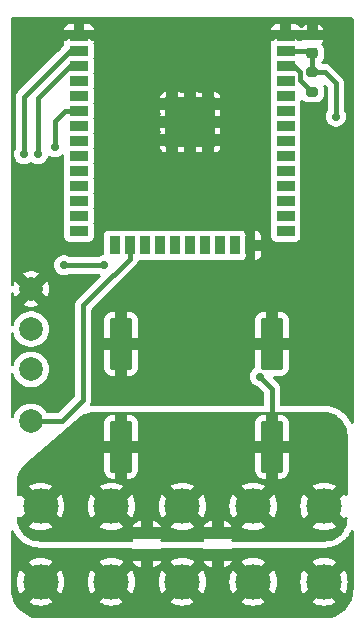
<source format=gbr>
%TF.GenerationSoftware,KiCad,Pcbnew,8.0.8*%
%TF.CreationDate,2025-02-27T22:45:34+01:00*%
%TF.ProjectId,BB_LED_Tube,42425f4c-4544-45f5-9475-62652e6b6963,rev?*%
%TF.SameCoordinates,Original*%
%TF.FileFunction,Copper,L2,Bot*%
%TF.FilePolarity,Positive*%
%FSLAX46Y46*%
G04 Gerber Fmt 4.6, Leading zero omitted, Abs format (unit mm)*
G04 Created by KiCad (PCBNEW 8.0.8) date 2025-02-27 22:45:34*
%MOMM*%
%LPD*%
G01*
G04 APERTURE LIST*
G04 Aperture macros list*
%AMRoundRect*
0 Rectangle with rounded corners*
0 $1 Rounding radius*
0 $2 $3 $4 $5 $6 $7 $8 $9 X,Y pos of 4 corners*
0 Add a 4 corners polygon primitive as box body*
4,1,4,$2,$3,$4,$5,$6,$7,$8,$9,$2,$3,0*
0 Add four circle primitives for the rounded corners*
1,1,$1+$1,$2,$3*
1,1,$1+$1,$4,$5*
1,1,$1+$1,$6,$7*
1,1,$1+$1,$8,$9*
0 Add four rect primitives between the rounded corners*
20,1,$1+$1,$2,$3,$4,$5,0*
20,1,$1+$1,$4,$5,$6,$7,0*
20,1,$1+$1,$6,$7,$8,$9,0*
20,1,$1+$1,$8,$9,$2,$3,0*%
G04 Aperture macros list end*
%TA.AperFunction,ComponentPad*%
%ADD10C,3.000000*%
%TD*%
%TA.AperFunction,ComponentPad*%
%ADD11C,2.000000*%
%TD*%
%TA.AperFunction,SMDPad,CuDef*%
%ADD12RoundRect,0.225000X0.250000X-0.225000X0.250000X0.225000X-0.250000X0.225000X-0.250000X-0.225000X0*%
%TD*%
%TA.AperFunction,SMDPad,CuDef*%
%ADD13RoundRect,0.250000X-0.475000X0.250000X-0.475000X-0.250000X0.475000X-0.250000X0.475000X0.250000X0*%
%TD*%
%TA.AperFunction,SMDPad,CuDef*%
%ADD14RoundRect,0.250000X0.700000X-1.950000X0.700000X1.950000X-0.700000X1.950000X-0.700000X-1.950000X0*%
%TD*%
%TA.AperFunction,SMDPad,CuDef*%
%ADD15R,1.500000X0.900000*%
%TD*%
%TA.AperFunction,SMDPad,CuDef*%
%ADD16R,0.900000X1.500000*%
%TD*%
%TA.AperFunction,SMDPad,CuDef*%
%ADD17R,1.050000X1.050000*%
%TD*%
%TA.AperFunction,HeatsinkPad*%
%ADD18C,0.600000*%
%TD*%
%TA.AperFunction,HeatsinkPad*%
%ADD19R,4.200000X4.200000*%
%TD*%
%TA.AperFunction,SMDPad,CuDef*%
%ADD20RoundRect,0.200000X-0.275000X0.200000X-0.275000X-0.200000X0.275000X-0.200000X0.275000X0.200000X0*%
%TD*%
%TA.AperFunction,ViaPad*%
%ADD21C,0.700000*%
%TD*%
%TA.AperFunction,Conductor*%
%ADD22C,0.400000*%
%TD*%
G04 APERTURE END LIST*
D10*
%TO.P,GND4,1,1*%
%TO.N,GND*%
X71600000Y-135915000D03*
%TD*%
D11*
%TO.P,DMX_B1,1,1*%
%TO.N,/DMX B*%
X58800000Y-117915000D03*
%TD*%
D10*
%TO.P,GND5,1,1*%
%TO.N,GND*%
X77600000Y-135915000D03*
%TD*%
%TO.P,GND2,1,1*%
%TO.N,GND*%
X59600000Y-135915000D03*
%TD*%
%TO.P,VCC5,1,1*%
%TO.N,VCC*%
X77600000Y-129515000D03*
%TD*%
%TO.P,GND3,1,1*%
%TO.N,GND*%
X65600000Y-135915000D03*
%TD*%
%TO.P,VCC3,1,1*%
%TO.N,VCC*%
X65600000Y-129515000D03*
%TD*%
D11*
%TO.P,LED_Data1,1,1*%
%TO.N,/LED_Data*%
X58800000Y-122315000D03*
%TD*%
D10*
%TO.P,VCC1,1,1*%
%TO.N,VCC*%
X83600000Y-129515000D03*
%TD*%
D11*
%TO.P,GND6,1,1*%
%TO.N,GND*%
X58800000Y-111115000D03*
%TD*%
D10*
%TO.P,VCC2,1,1*%
%TO.N,VCC*%
X59600000Y-129515000D03*
%TD*%
%TO.P,GND1,1,1*%
%TO.N,GND*%
X83600000Y-135915000D03*
%TD*%
%TO.P,VCC4,1,1*%
%TO.N,VCC*%
X71600000Y-129515000D03*
%TD*%
D11*
%TO.P,DMX_A1,1,1*%
%TO.N,/DMX A*%
X58800000Y-114515000D03*
%TD*%
D12*
%TO.P,C1,1*%
%TO.N,+3V3*%
X82600000Y-91175000D03*
%TO.P,C1,2*%
%TO.N,GND*%
X82600000Y-89625000D03*
%TD*%
D13*
%TO.P,C10,1*%
%TO.N,VCC*%
X74600000Y-131765000D03*
%TO.P,C10,2*%
%TO.N,GND*%
X74600000Y-133665000D03*
%TD*%
D14*
%TO.P,C9,1*%
%TO.N,VCC*%
X79200000Y-124465000D03*
%TO.P,C9,2*%
%TO.N,GND*%
X79200000Y-115765000D03*
%TD*%
D13*
%TO.P,C11,1*%
%TO.N,VCC*%
X68600000Y-131765000D03*
%TO.P,C11,2*%
%TO.N,GND*%
X68600000Y-133665000D03*
%TD*%
D15*
%TO.P,U1,1,GND*%
%TO.N,GND*%
X80350000Y-89665000D03*
%TO.P,U1,2,VDD*%
%TO.N,+3V3*%
X80350000Y-90935000D03*
%TO.P,U1,3,EN*%
%TO.N,Net-(U1-EN)*%
X80350000Y-92205000D03*
%TO.P,U1,4,SENSOR_VP*%
%TO.N,unconnected-(U1-SENSOR_VP-Pad4)*%
X80350000Y-93475000D03*
%TO.P,U1,5,SENSOR_VN*%
%TO.N,unconnected-(U1-SENSOR_VN-Pad5)*%
X80350000Y-94745000D03*
%TO.P,U1,6,IO34*%
%TO.N,unconnected-(U1-IO34-Pad6)*%
X80350000Y-96015000D03*
%TO.P,U1,7,IO35*%
%TO.N,unconnected-(U1-IO35-Pad7)*%
X80350000Y-97285000D03*
%TO.P,U1,8,IO32*%
%TO.N,unconnected-(U1-IO32-Pad8)*%
X80350000Y-98555000D03*
%TO.P,U1,9,IO33*%
%TO.N,unconnected-(U1-IO33-Pad9)*%
X80350000Y-99825000D03*
%TO.P,U1,10,IO25*%
%TO.N,unconnected-(U1-IO25-Pad10)*%
X80350000Y-101095000D03*
%TO.P,U1,11,IO26*%
%TO.N,unconnected-(U1-IO26-Pad11)*%
X80350000Y-102365000D03*
%TO.P,U1,12,IO27*%
%TO.N,unconnected-(U1-IO27-Pad12)*%
X80350000Y-103635000D03*
%TO.P,U1,13,IO14*%
%TO.N,unconnected-(U1-IO14-Pad13)*%
X80350000Y-104905000D03*
%TO.P,U1,14,IO12*%
%TO.N,unconnected-(U1-IO12-Pad14)*%
X80350000Y-106175000D03*
D16*
%TO.P,U1,15,GND*%
%TO.N,GND*%
X77310000Y-107425000D03*
%TO.P,U1,16,IO13*%
%TO.N,unconnected-(U1-IO13-Pad16)*%
X76040000Y-107425000D03*
%TO.P,U1,17,SHD/SD2*%
%TO.N,unconnected-(U1-SHD{slash}SD2-Pad17)*%
X74770000Y-107425000D03*
%TO.P,U1,18,SWP/SD3*%
%TO.N,unconnected-(U1-SWP{slash}SD3-Pad18)*%
X73500000Y-107425000D03*
%TO.P,U1,19,SCS/CMD*%
%TO.N,unconnected-(U1-SCS{slash}CMD-Pad19)*%
X72230000Y-107425000D03*
%TO.P,U1,20,SCK/CLK*%
%TO.N,unconnected-(U1-SCK{slash}CLK-Pad20)*%
X70960000Y-107425000D03*
%TO.P,U1,21,SDO/SD0*%
%TO.N,unconnected-(U1-SDO{slash}SD0-Pad21)*%
X69690000Y-107425000D03*
%TO.P,U1,22,SDI/SD1*%
%TO.N,unconnected-(U1-SDI{slash}SD1-Pad22)*%
X68420000Y-107425000D03*
%TO.P,U1,23,IO15*%
%TO.N,/LED_Data*%
X67150000Y-107425000D03*
%TO.P,U1,24,IO2*%
%TO.N,unconnected-(U1-IO2-Pad24)*%
X65880000Y-107425000D03*
D15*
%TO.P,U1,25,IO0*%
%TO.N,DTR{slash}Flash*%
X62850000Y-106175000D03*
%TO.P,U1,26,IO4*%
%TO.N,unconnected-(U1-IO4-Pad26)*%
X62850000Y-104905000D03*
%TO.P,U1,27,IO16*%
%TO.N,unconnected-(U1-IO16-Pad27)*%
X62850000Y-103635000D03*
%TO.P,U1,28,IO17*%
%TO.N,unconnected-(U1-IO17-Pad28)*%
X62850000Y-102365000D03*
%TO.P,U1,29,IO5*%
%TO.N,unconnected-(U1-IO5-Pad29)*%
X62850000Y-101095000D03*
%TO.P,U1,30,IO18*%
%TO.N,unconnected-(U1-IO18-Pad30)*%
X62850000Y-99825000D03*
%TO.P,U1,31,IO19*%
%TO.N,unconnected-(U1-IO19-Pad31)*%
X62850000Y-98555000D03*
%TO.P,U1,32,NC*%
%TO.N,unconnected-(U1-NC-Pad32)*%
X62850000Y-97285000D03*
%TO.P,U1,33,IO21*%
%TO.N,DMX RX*%
X62850000Y-96015000D03*
%TO.P,U1,34,RXD0/IO3*%
%TO.N,RX0*%
X62850000Y-94745000D03*
%TO.P,U1,35,TXD0/IO1*%
%TO.N,TX0*%
X62850000Y-93475000D03*
%TO.P,U1,36,IO22*%
%TO.N,DMX EN*%
X62850000Y-92205000D03*
%TO.P,U1,37,IO23*%
%TO.N,DMX TX*%
X62850000Y-90935000D03*
%TO.P,U1,38,GND*%
%TO.N,GND*%
X62850000Y-89665000D03*
D17*
%TO.P,U1,39,GND*%
X73805000Y-98530000D03*
D18*
X73805000Y-97767500D03*
D17*
X73805000Y-97005000D03*
D18*
X73805000Y-96242500D03*
D17*
X73805000Y-95480000D03*
D18*
X73042500Y-98530000D03*
X73042500Y-97005000D03*
X73042500Y-95480000D03*
D17*
X72280000Y-98530000D03*
D18*
X72280000Y-97767500D03*
D17*
X72280000Y-97005000D03*
D19*
X72280000Y-97005000D03*
D18*
X72280000Y-96242500D03*
D17*
X72280000Y-95480000D03*
D18*
X71517500Y-98530000D03*
X71517500Y-97005000D03*
X71517500Y-95480000D03*
D17*
X70755000Y-98530000D03*
D18*
X70755000Y-97767500D03*
D17*
X70755000Y-97005000D03*
D18*
X70755000Y-96242500D03*
D17*
X70755000Y-95480000D03*
%TD*%
D14*
%TO.P,C8,1*%
%TO.N,VCC*%
X66400000Y-124465000D03*
%TO.P,C8,2*%
%TO.N,GND*%
X66400000Y-115765000D03*
%TD*%
D20*
%TO.P,R1,1*%
%TO.N,+3V3*%
X82600000Y-92775000D03*
%TO.P,R1,2*%
%TO.N,Net-(U1-EN)*%
X82600000Y-94425000D03*
%TD*%
D21*
%TO.N,GND*%
X78600000Y-104715000D03*
X75800000Y-119315000D03*
X75800000Y-120315000D03*
X78600000Y-89715000D03*
X76800000Y-119315000D03*
X85200000Y-89115000D03*
X84200000Y-89115000D03*
X74800000Y-119315000D03*
X69400000Y-113915000D03*
X65400000Y-119315000D03*
X77600000Y-104715000D03*
X66400000Y-119315000D03*
X69400000Y-112915000D03*
X70400000Y-111915000D03*
X61000000Y-89715000D03*
X60000000Y-89715000D03*
X69400000Y-111915000D03*
X66400000Y-120315000D03*
X65400000Y-120315000D03*
X67400000Y-119315000D03*
X81800000Y-112515000D03*
X61000000Y-90715000D03*
X70400000Y-113915000D03*
X74800000Y-120315000D03*
X60000000Y-90715000D03*
X78600000Y-90715000D03*
X67400000Y-120315000D03*
X58200000Y-104915000D03*
X76800000Y-120315000D03*
X58200000Y-103915000D03*
X81800000Y-111515000D03*
X78600000Y-103715000D03*
X77600000Y-103715000D03*
X70400000Y-112915000D03*
%TO.N,+3V3*%
X84600000Y-96515000D03*
%TO.N,DMX RX*%
X60800000Y-99115000D03*
%TO.N,DMX EN*%
X59400000Y-99715000D03*
%TO.N,DMX TX*%
X58200000Y-99715000D03*
%TO.N,VCC*%
X78182018Y-118532982D03*
%TO.N,/DMX B*%
X61600000Y-109115000D03*
X65000000Y-109115000D03*
%TD*%
D22*
%TO.N,VCC*%
X78182018Y-118532982D02*
X79200000Y-119550964D01*
X79200000Y-119550964D02*
X79200000Y-124465000D01*
%TO.N,Net-(U1-EN)*%
X81600000Y-92725000D02*
X81600000Y-93425000D01*
X80350000Y-92205000D02*
X81080000Y-92205000D01*
X81080000Y-92205000D02*
X81600000Y-92725000D01*
X81600000Y-93425000D02*
X82600000Y-94425000D01*
%TO.N,+3V3*%
X84600000Y-96515000D02*
X84600000Y-93715000D01*
X80350000Y-90935000D02*
X82360000Y-90935000D01*
X82360000Y-90935000D02*
X82600000Y-91175000D01*
X84600000Y-93715000D02*
X83660000Y-92775000D01*
X82600000Y-92775000D02*
X82600000Y-91175000D01*
X83660000Y-92775000D02*
X82600000Y-92775000D01*
%TO.N,DMX RX*%
X60800000Y-99115000D02*
X60800000Y-96915000D01*
X60800000Y-96915000D02*
X61700000Y-96015000D01*
X61700000Y-96015000D02*
X62850000Y-96015000D01*
%TO.N,DMX EN*%
X62850000Y-92205000D02*
X62120000Y-92205000D01*
X59400000Y-94925000D02*
X59400000Y-99715000D01*
X62120000Y-92205000D02*
X59400000Y-94925000D01*
%TO.N,DMX TX*%
X62120000Y-90935000D02*
X58200000Y-94855000D01*
X62850000Y-90935000D02*
X62120000Y-90935000D01*
X58200000Y-94855000D02*
X58200000Y-99715000D01*
%TO.N,/DMX B*%
X61600000Y-109115000D02*
X65000000Y-109115000D01*
%TO.N,/LED_Data*%
X63200000Y-112515000D02*
X63200000Y-120515000D01*
X64410000Y-111315000D02*
X64400000Y-111315000D01*
X63200000Y-120515000D02*
X61400000Y-122315000D01*
X67150000Y-108575000D02*
X64410000Y-111315000D01*
X61400000Y-122315000D02*
X58800000Y-122315000D01*
X67150000Y-107425000D02*
X67150000Y-108575000D01*
X64400000Y-111315000D02*
X63200000Y-112515000D01*
%TD*%
%TA.AperFunction,Conductor*%
%TO.N,GND*%
G36*
X86046221Y-131537663D02*
G01*
X86090062Y-131592067D01*
X86099500Y-131639518D01*
X86099500Y-136511249D01*
X86099274Y-136518736D01*
X86081728Y-136808794D01*
X86079923Y-136823659D01*
X86028219Y-137105798D01*
X86024635Y-137120336D01*
X85939306Y-137394167D01*
X85933997Y-137408168D01*
X85816275Y-137669736D01*
X85809316Y-137682995D01*
X85660928Y-137928459D01*
X85652422Y-137940782D01*
X85475526Y-138166573D01*
X85465596Y-138177781D01*
X85262781Y-138380596D01*
X85251573Y-138390526D01*
X85025782Y-138567422D01*
X85013459Y-138575928D01*
X84767995Y-138724316D01*
X84754736Y-138731275D01*
X84493168Y-138848997D01*
X84479167Y-138854306D01*
X84205336Y-138939635D01*
X84190798Y-138943219D01*
X83908659Y-138994923D01*
X83893794Y-138996728D01*
X83603736Y-139014274D01*
X83596249Y-139014500D01*
X59603751Y-139014500D01*
X59596264Y-139014274D01*
X59306205Y-138996728D01*
X59291340Y-138994923D01*
X59009201Y-138943219D01*
X58994663Y-138939635D01*
X58720832Y-138854306D01*
X58706831Y-138848997D01*
X58445263Y-138731275D01*
X58432004Y-138724316D01*
X58186540Y-138575928D01*
X58174217Y-138567422D01*
X57948426Y-138390526D01*
X57937218Y-138380596D01*
X57734403Y-138177781D01*
X57724473Y-138166573D01*
X57547573Y-137940776D01*
X57539075Y-137928465D01*
X57390680Y-137682989D01*
X57383727Y-137669743D01*
X57266000Y-137408163D01*
X57260693Y-137394167D01*
X57175364Y-137120336D01*
X57171780Y-137105798D01*
X57120076Y-136823659D01*
X57118271Y-136808794D01*
X57100726Y-136518736D01*
X57100500Y-136511249D01*
X57100500Y-135914998D01*
X57594891Y-135914998D01*
X57594891Y-135915001D01*
X57615300Y-136200362D01*
X57676109Y-136479895D01*
X57776091Y-136747958D01*
X57876341Y-136931550D01*
X58850000Y-135957892D01*
X58850000Y-135988869D01*
X58878822Y-136133767D01*
X58935359Y-136270258D01*
X59017437Y-136393097D01*
X59121903Y-136497563D01*
X59244742Y-136579641D01*
X59381233Y-136636178D01*
X59526131Y-136665000D01*
X59557106Y-136665000D01*
X58583448Y-137638657D01*
X58583448Y-137638658D01*
X58767042Y-137738908D01*
X58767041Y-137738908D01*
X59035104Y-137838890D01*
X59314637Y-137899699D01*
X59599999Y-137920109D01*
X59600001Y-137920109D01*
X59885362Y-137899699D01*
X60164895Y-137838890D01*
X60432957Y-137738908D01*
X60616550Y-137638658D01*
X60616550Y-137638657D01*
X59642895Y-136665000D01*
X59673869Y-136665000D01*
X59818767Y-136636178D01*
X59955258Y-136579641D01*
X60078097Y-136497563D01*
X60182563Y-136393097D01*
X60264641Y-136270258D01*
X60321178Y-136133767D01*
X60350000Y-135988869D01*
X60350000Y-135957893D01*
X61323657Y-136931550D01*
X61323658Y-136931550D01*
X61423908Y-136747957D01*
X61523890Y-136479895D01*
X61584699Y-136200362D01*
X61605109Y-135915001D01*
X61605109Y-135914998D01*
X63594891Y-135914998D01*
X63594891Y-135915001D01*
X63615300Y-136200362D01*
X63676109Y-136479895D01*
X63776091Y-136747958D01*
X63876341Y-136931550D01*
X64850000Y-135957892D01*
X64850000Y-135988869D01*
X64878822Y-136133767D01*
X64935359Y-136270258D01*
X65017437Y-136393097D01*
X65121903Y-136497563D01*
X65244742Y-136579641D01*
X65381233Y-136636178D01*
X65526131Y-136665000D01*
X65557106Y-136665000D01*
X64583448Y-137638657D01*
X64583448Y-137638658D01*
X64767042Y-137738908D01*
X64767041Y-137738908D01*
X65035104Y-137838890D01*
X65314637Y-137899699D01*
X65599999Y-137920109D01*
X65600001Y-137920109D01*
X65885362Y-137899699D01*
X66164895Y-137838890D01*
X66432957Y-137738908D01*
X66616550Y-137638658D01*
X66616550Y-137638657D01*
X65642895Y-136665000D01*
X65673869Y-136665000D01*
X65818767Y-136636178D01*
X65955258Y-136579641D01*
X66078097Y-136497563D01*
X66182563Y-136393097D01*
X66264641Y-136270258D01*
X66321178Y-136133767D01*
X66350000Y-135988869D01*
X66350000Y-135957893D01*
X67323657Y-136931550D01*
X67323658Y-136931550D01*
X67423908Y-136747957D01*
X67523890Y-136479895D01*
X67584699Y-136200362D01*
X67605109Y-135915001D01*
X67605109Y-135914998D01*
X69594891Y-135914998D01*
X69594891Y-135915001D01*
X69615300Y-136200362D01*
X69676109Y-136479895D01*
X69776091Y-136747958D01*
X69876341Y-136931550D01*
X70850000Y-135957892D01*
X70850000Y-135988869D01*
X70878822Y-136133767D01*
X70935359Y-136270258D01*
X71017437Y-136393097D01*
X71121903Y-136497563D01*
X71244742Y-136579641D01*
X71381233Y-136636178D01*
X71526131Y-136665000D01*
X71557106Y-136665000D01*
X70583448Y-137638657D01*
X70583448Y-137638658D01*
X70767042Y-137738908D01*
X70767041Y-137738908D01*
X71035104Y-137838890D01*
X71314637Y-137899699D01*
X71599999Y-137920109D01*
X71600001Y-137920109D01*
X71885362Y-137899699D01*
X72164895Y-137838890D01*
X72432957Y-137738908D01*
X72616550Y-137638658D01*
X72616550Y-137638657D01*
X71642895Y-136665000D01*
X71673869Y-136665000D01*
X71818767Y-136636178D01*
X71955258Y-136579641D01*
X72078097Y-136497563D01*
X72182563Y-136393097D01*
X72264641Y-136270258D01*
X72321178Y-136133767D01*
X72350000Y-135988869D01*
X72350000Y-135957894D01*
X73323657Y-136931550D01*
X73323658Y-136931550D01*
X73423908Y-136747957D01*
X73523890Y-136479895D01*
X73584699Y-136200362D01*
X73605109Y-135915001D01*
X73605109Y-135914998D01*
X75594891Y-135914998D01*
X75594891Y-135915001D01*
X75615300Y-136200362D01*
X75676109Y-136479895D01*
X75776091Y-136747958D01*
X75876341Y-136931550D01*
X76850000Y-135957892D01*
X76850000Y-135988869D01*
X76878822Y-136133767D01*
X76935359Y-136270258D01*
X77017437Y-136393097D01*
X77121903Y-136497563D01*
X77244742Y-136579641D01*
X77381233Y-136636178D01*
X77526131Y-136665000D01*
X77557106Y-136665000D01*
X76583448Y-137638657D01*
X76583448Y-137638658D01*
X76767042Y-137738908D01*
X76767041Y-137738908D01*
X77035104Y-137838890D01*
X77314637Y-137899699D01*
X77599999Y-137920109D01*
X77600001Y-137920109D01*
X77885362Y-137899699D01*
X78164895Y-137838890D01*
X78432957Y-137738908D01*
X78616550Y-137638658D01*
X78616550Y-137638657D01*
X77642895Y-136665000D01*
X77673869Y-136665000D01*
X77818767Y-136636178D01*
X77955258Y-136579641D01*
X78078097Y-136497563D01*
X78182563Y-136393097D01*
X78264641Y-136270258D01*
X78321178Y-136133767D01*
X78350000Y-135988869D01*
X78350000Y-135957893D01*
X79323657Y-136931550D01*
X79323658Y-136931550D01*
X79423908Y-136747957D01*
X79523890Y-136479895D01*
X79584699Y-136200362D01*
X79605109Y-135915001D01*
X79605109Y-135914998D01*
X81594891Y-135914998D01*
X81594891Y-135915001D01*
X81615300Y-136200362D01*
X81676109Y-136479895D01*
X81776091Y-136747958D01*
X81876341Y-136931550D01*
X82850000Y-135957892D01*
X82850000Y-135988869D01*
X82878822Y-136133767D01*
X82935359Y-136270258D01*
X83017437Y-136393097D01*
X83121903Y-136497563D01*
X83244742Y-136579641D01*
X83381233Y-136636178D01*
X83526131Y-136665000D01*
X83557106Y-136665000D01*
X82583448Y-137638657D01*
X82583448Y-137638658D01*
X82767042Y-137738908D01*
X82767041Y-137738908D01*
X83035104Y-137838890D01*
X83314637Y-137899699D01*
X83599999Y-137920109D01*
X83600001Y-137920109D01*
X83885362Y-137899699D01*
X84164895Y-137838890D01*
X84432957Y-137738908D01*
X84616550Y-137638658D01*
X84616550Y-137638657D01*
X83642895Y-136665000D01*
X83673869Y-136665000D01*
X83818767Y-136636178D01*
X83955258Y-136579641D01*
X84078097Y-136497563D01*
X84182563Y-136393097D01*
X84264641Y-136270258D01*
X84321178Y-136133767D01*
X84350000Y-135988869D01*
X84350000Y-135957893D01*
X85323657Y-136931550D01*
X85323658Y-136931550D01*
X85423908Y-136747957D01*
X85523890Y-136479895D01*
X85584699Y-136200362D01*
X85605109Y-135915001D01*
X85605109Y-135914998D01*
X85584699Y-135629637D01*
X85523890Y-135350104D01*
X85423908Y-135082042D01*
X85323657Y-134898448D01*
X84350000Y-135872105D01*
X84350000Y-135841131D01*
X84321178Y-135696233D01*
X84264641Y-135559742D01*
X84182563Y-135436903D01*
X84078097Y-135332437D01*
X83955258Y-135250359D01*
X83818767Y-135193822D01*
X83673869Y-135165000D01*
X83642894Y-135165000D01*
X84616550Y-134191341D01*
X84616550Y-134191340D01*
X84432957Y-134091091D01*
X84432958Y-134091091D01*
X84164895Y-133991109D01*
X83885362Y-133930300D01*
X83600001Y-133909891D01*
X83599999Y-133909891D01*
X83314637Y-133930300D01*
X83035104Y-133991109D01*
X82767041Y-134091091D01*
X82767035Y-134091094D01*
X82583448Y-134191339D01*
X82583448Y-134191341D01*
X83557107Y-135165000D01*
X83526131Y-135165000D01*
X83381233Y-135193822D01*
X83244742Y-135250359D01*
X83121903Y-135332437D01*
X83017437Y-135436903D01*
X82935359Y-135559742D01*
X82878822Y-135696233D01*
X82850000Y-135841131D01*
X82850000Y-135872106D01*
X81876341Y-134898448D01*
X81876339Y-134898448D01*
X81776094Y-135082035D01*
X81776091Y-135082041D01*
X81676109Y-135350104D01*
X81615300Y-135629637D01*
X81594891Y-135914998D01*
X79605109Y-135914998D01*
X79584699Y-135629637D01*
X79523890Y-135350104D01*
X79423908Y-135082042D01*
X79323657Y-134898448D01*
X78350000Y-135872105D01*
X78350000Y-135841131D01*
X78321178Y-135696233D01*
X78264641Y-135559742D01*
X78182563Y-135436903D01*
X78078097Y-135332437D01*
X77955258Y-135250359D01*
X77818767Y-135193822D01*
X77673869Y-135165000D01*
X77642894Y-135165000D01*
X78616550Y-134191341D01*
X78616550Y-134191340D01*
X78432957Y-134091091D01*
X78432958Y-134091091D01*
X78164895Y-133991109D01*
X77885362Y-133930300D01*
X77600001Y-133909891D01*
X77599999Y-133909891D01*
X77314637Y-133930300D01*
X77035104Y-133991109D01*
X76767041Y-134091091D01*
X76767035Y-134091094D01*
X76583448Y-134191339D01*
X76583448Y-134191341D01*
X77557107Y-135165000D01*
X77526131Y-135165000D01*
X77381233Y-135193822D01*
X77244742Y-135250359D01*
X77121903Y-135332437D01*
X77017437Y-135436903D01*
X76935359Y-135559742D01*
X76878822Y-135696233D01*
X76850000Y-135841131D01*
X76850000Y-135872106D01*
X75876341Y-134898448D01*
X75876339Y-134898448D01*
X75776094Y-135082035D01*
X75776091Y-135082041D01*
X75676109Y-135350104D01*
X75615300Y-135629637D01*
X75594891Y-135914998D01*
X73605109Y-135914998D01*
X73584699Y-135629637D01*
X73523890Y-135350104D01*
X73423908Y-135082042D01*
X73323657Y-134898448D01*
X72350000Y-135872105D01*
X72350000Y-135841131D01*
X72321178Y-135696233D01*
X72264641Y-135559742D01*
X72182563Y-135436903D01*
X72078097Y-135332437D01*
X71955258Y-135250359D01*
X71818767Y-135193822D01*
X71673869Y-135165000D01*
X71642894Y-135165000D01*
X72616550Y-134191341D01*
X72616550Y-134191340D01*
X72568312Y-134165000D01*
X73417737Y-134165000D01*
X73440641Y-134234120D01*
X73532684Y-134383345D01*
X73656654Y-134507315D01*
X73805875Y-134599356D01*
X73805880Y-134599358D01*
X73972302Y-134654505D01*
X73972309Y-134654506D01*
X74075019Y-134664999D01*
X75100000Y-134664999D01*
X75124972Y-134664999D01*
X75124986Y-134664998D01*
X75227697Y-134654505D01*
X75394119Y-134599358D01*
X75394124Y-134599356D01*
X75543345Y-134507315D01*
X75667315Y-134383345D01*
X75759358Y-134234120D01*
X75782263Y-134165000D01*
X75100000Y-134165000D01*
X75100000Y-134664999D01*
X74075019Y-134664999D01*
X74100000Y-134664998D01*
X74100000Y-134165000D01*
X73417737Y-134165000D01*
X72568312Y-134165000D01*
X72432957Y-134091091D01*
X72432958Y-134091091D01*
X72164895Y-133991109D01*
X71885362Y-133930300D01*
X71600001Y-133909891D01*
X71599999Y-133909891D01*
X71314637Y-133930300D01*
X71035104Y-133991109D01*
X70767041Y-134091091D01*
X70767035Y-134091094D01*
X70583448Y-134191339D01*
X70583448Y-134191341D01*
X71557107Y-135165000D01*
X71526131Y-135165000D01*
X71381233Y-135193822D01*
X71244742Y-135250359D01*
X71121903Y-135332437D01*
X71017437Y-135436903D01*
X70935359Y-135559742D01*
X70878822Y-135696233D01*
X70850000Y-135841131D01*
X70850000Y-135872106D01*
X69876341Y-134898448D01*
X69876339Y-134898448D01*
X69776094Y-135082035D01*
X69776091Y-135082041D01*
X69676109Y-135350104D01*
X69615300Y-135629637D01*
X69594891Y-135914998D01*
X67605109Y-135914998D01*
X67584699Y-135629637D01*
X67523890Y-135350104D01*
X67423908Y-135082042D01*
X67323657Y-134898448D01*
X66350000Y-135872105D01*
X66350000Y-135841131D01*
X66321178Y-135696233D01*
X66264641Y-135559742D01*
X66182563Y-135436903D01*
X66078097Y-135332437D01*
X65955258Y-135250359D01*
X65818767Y-135193822D01*
X65673869Y-135165000D01*
X65642894Y-135165000D01*
X66616550Y-134191341D01*
X66616550Y-134191340D01*
X66568312Y-134165000D01*
X67417737Y-134165000D01*
X67440641Y-134234120D01*
X67532684Y-134383345D01*
X67656654Y-134507315D01*
X67805875Y-134599356D01*
X67805880Y-134599358D01*
X67972302Y-134654505D01*
X67972309Y-134654506D01*
X68075019Y-134664999D01*
X69100000Y-134664999D01*
X69124972Y-134664999D01*
X69124986Y-134664998D01*
X69227697Y-134654505D01*
X69394119Y-134599358D01*
X69394124Y-134599356D01*
X69543345Y-134507315D01*
X69667315Y-134383345D01*
X69759358Y-134234120D01*
X69782263Y-134165000D01*
X69100000Y-134165000D01*
X69100000Y-134664999D01*
X68075019Y-134664999D01*
X68100000Y-134664998D01*
X68100000Y-134165000D01*
X67417737Y-134165000D01*
X66568312Y-134165000D01*
X66432957Y-134091091D01*
X66432958Y-134091091D01*
X66164895Y-133991109D01*
X65885362Y-133930300D01*
X65600001Y-133909891D01*
X65599999Y-133909891D01*
X65314637Y-133930300D01*
X65035104Y-133991109D01*
X64767041Y-134091091D01*
X64767035Y-134091094D01*
X64583448Y-134191339D01*
X64583448Y-134191341D01*
X65557107Y-135165000D01*
X65526131Y-135165000D01*
X65381233Y-135193822D01*
X65244742Y-135250359D01*
X65121903Y-135332437D01*
X65017437Y-135436903D01*
X64935359Y-135559742D01*
X64878822Y-135696233D01*
X64850000Y-135841131D01*
X64850000Y-135872107D01*
X63876341Y-134898448D01*
X63876339Y-134898448D01*
X63776094Y-135082035D01*
X63776091Y-135082041D01*
X63676109Y-135350104D01*
X63615300Y-135629637D01*
X63594891Y-135914998D01*
X61605109Y-135914998D01*
X61584699Y-135629637D01*
X61523890Y-135350104D01*
X61423908Y-135082042D01*
X61323657Y-134898448D01*
X60350000Y-135872105D01*
X60350000Y-135841131D01*
X60321178Y-135696233D01*
X60264641Y-135559742D01*
X60182563Y-135436903D01*
X60078097Y-135332437D01*
X59955258Y-135250359D01*
X59818767Y-135193822D01*
X59673869Y-135165000D01*
X59642894Y-135165000D01*
X60616550Y-134191341D01*
X60616550Y-134191340D01*
X60432957Y-134091091D01*
X60432958Y-134091091D01*
X60164895Y-133991109D01*
X59885362Y-133930300D01*
X59600001Y-133909891D01*
X59599999Y-133909891D01*
X59314637Y-133930300D01*
X59035104Y-133991109D01*
X58767041Y-134091091D01*
X58767035Y-134091094D01*
X58583448Y-134191339D01*
X58583448Y-134191341D01*
X59557107Y-135165000D01*
X59526131Y-135165000D01*
X59381233Y-135193822D01*
X59244742Y-135250359D01*
X59121903Y-135332437D01*
X59017437Y-135436903D01*
X58935359Y-135559742D01*
X58878822Y-135696233D01*
X58850000Y-135841131D01*
X58850000Y-135872106D01*
X57876341Y-134898448D01*
X57876339Y-134898448D01*
X57776094Y-135082035D01*
X57776091Y-135082041D01*
X57676109Y-135350104D01*
X57615300Y-135629637D01*
X57594891Y-135914998D01*
X57100500Y-135914998D01*
X57100500Y-131639522D01*
X57120185Y-131572483D01*
X57172989Y-131526728D01*
X57242147Y-131516784D01*
X57305703Y-131545809D01*
X57335383Y-131584016D01*
X57341318Y-131595873D01*
X57469574Y-131830755D01*
X57469577Y-131830761D01*
X57487978Y-131861776D01*
X57497536Y-131876650D01*
X57518129Y-131906311D01*
X57518130Y-131906312D01*
X57678528Y-132120577D01*
X57701158Y-132148659D01*
X57712756Y-132162042D01*
X57737335Y-132188439D01*
X57926559Y-132377663D01*
X57952956Y-132402242D01*
X57966339Y-132413840D01*
X57994421Y-132436470D01*
X57994429Y-132436476D01*
X57994439Y-132436484D01*
X58208683Y-132596866D01*
X58208686Y-132596868D01*
X58238331Y-132617451D01*
X58244405Y-132621353D01*
X58253216Y-132627016D01*
X58284244Y-132645425D01*
X58284250Y-132645428D01*
X58284258Y-132645433D01*
X58376865Y-132695999D01*
X58519123Y-132773678D01*
X58535249Y-132781751D01*
X58551375Y-132789824D01*
X58567467Y-132797173D01*
X58600807Y-132810984D01*
X58600816Y-132810987D01*
X58600820Y-132810989D01*
X58851574Y-132904516D01*
X58851594Y-132904522D01*
X58851595Y-132904523D01*
X58885819Y-132915913D01*
X58885827Y-132915915D01*
X58885829Y-132915916D01*
X58902805Y-132920900D01*
X58926821Y-132927029D01*
X58937761Y-132929822D01*
X59199241Y-132986703D01*
X59199245Y-132986703D01*
X59199251Y-132986705D01*
X59234758Y-132993111D01*
X59252270Y-132995629D01*
X59252291Y-132995632D01*
X59288137Y-132999486D01*
X59288151Y-132999487D01*
X59559519Y-133018896D01*
X59577536Y-133019862D01*
X59586382Y-133020178D01*
X59586414Y-133020178D01*
X59586426Y-133020179D01*
X59604409Y-133020500D01*
X67293900Y-133020500D01*
X67360939Y-133040185D01*
X67406694Y-133092989D01*
X67416638Y-133162147D01*
X67416401Y-133163150D01*
X67417737Y-133165000D01*
X69782263Y-133165000D01*
X69787508Y-133157735D01*
X69785994Y-133113675D01*
X69821726Y-133053633D01*
X69884246Y-133022441D01*
X69906101Y-133020500D01*
X73293900Y-133020500D01*
X73360939Y-133040185D01*
X73406694Y-133092989D01*
X73416638Y-133162147D01*
X73416401Y-133163150D01*
X73417737Y-133165000D01*
X75782263Y-133165000D01*
X75787508Y-133157735D01*
X75785994Y-133113675D01*
X75821726Y-133053633D01*
X75884246Y-133022441D01*
X75906101Y-133020500D01*
X83595591Y-133020500D01*
X83613573Y-133020179D01*
X83613583Y-133020178D01*
X83613618Y-133020178D01*
X83622464Y-133019862D01*
X83640481Y-133018896D01*
X83911848Y-132999487D01*
X83911849Y-132999486D01*
X83911861Y-132999486D01*
X83947707Y-132995632D01*
X83947724Y-132995629D01*
X83947729Y-132995629D01*
X83965241Y-132993111D01*
X84000748Y-132986705D01*
X84037287Y-132978756D01*
X84262237Y-132929822D01*
X84262245Y-132929820D01*
X84297194Y-132920900D01*
X84314170Y-132915916D01*
X84348425Y-132904516D01*
X84599179Y-132810989D01*
X84632530Y-132797174D01*
X84648623Y-132789824D01*
X84680876Y-132773678D01*
X84915755Y-132645425D01*
X84946783Y-132627016D01*
X84961667Y-132617451D01*
X84991316Y-132596866D01*
X85205560Y-132436484D01*
X85233670Y-132413831D01*
X85247040Y-132402245D01*
X85273436Y-132377667D01*
X85462667Y-132188436D01*
X85487245Y-132162040D01*
X85498831Y-132148670D01*
X85521484Y-132120560D01*
X85681866Y-131906316D01*
X85702451Y-131876667D01*
X85712016Y-131861783D01*
X85730425Y-131830755D01*
X85858678Y-131595876D01*
X85864617Y-131584011D01*
X85912228Y-131532876D01*
X85979927Y-131515597D01*
X86046221Y-131537663D01*
G37*
%TD.AperFunction*%
%TA.AperFunction,Conductor*%
G36*
X86042539Y-88134685D02*
G01*
X86088294Y-88187489D01*
X86099500Y-88239000D01*
X86099500Y-122390480D01*
X86079815Y-122457519D01*
X86027011Y-122503274D01*
X85957853Y-122513218D01*
X85894297Y-122484193D01*
X85864618Y-122445989D01*
X85858673Y-122434113D01*
X85730433Y-122199258D01*
X85730425Y-122199244D01*
X85712016Y-122168216D01*
X85702451Y-122153332D01*
X85681864Y-122123681D01*
X85669684Y-122107410D01*
X85521492Y-121909449D01*
X85498829Y-121881326D01*
X85487242Y-121867956D01*
X85462663Y-121841559D01*
X85273439Y-121652335D01*
X85247042Y-121627756D01*
X85233659Y-121616158D01*
X85205577Y-121593528D01*
X85158546Y-121558321D01*
X85104699Y-121518011D01*
X84991312Y-121433130D01*
X84991308Y-121433127D01*
X84961644Y-121412531D01*
X84950315Y-121405252D01*
X84946776Y-121402978D01*
X84915761Y-121384577D01*
X84680884Y-121256324D01*
X84648591Y-121240159D01*
X84632530Y-121232824D01*
X84611060Y-121223931D01*
X84599177Y-121219009D01*
X84599171Y-121219007D01*
X84599162Y-121219003D01*
X84585488Y-121213902D01*
X84585439Y-121213885D01*
X84437323Y-121158640D01*
X84348417Y-121125480D01*
X84348411Y-121125478D01*
X84348395Y-121125472D01*
X84314171Y-121114082D01*
X84297208Y-121109102D01*
X84262246Y-121100178D01*
X84000747Y-121043294D01*
X84000744Y-121043293D01*
X84000742Y-121043293D01*
X83995939Y-121042426D01*
X83965261Y-121036890D01*
X83947748Y-121034371D01*
X83922607Y-121031668D01*
X83911850Y-121030512D01*
X83911841Y-121030511D01*
X83911838Y-121030511D01*
X83640468Y-121011103D01*
X83622497Y-121010139D01*
X83613574Y-121009820D01*
X83595591Y-121009500D01*
X83595572Y-121009500D01*
X80024500Y-121009500D01*
X79957461Y-120989815D01*
X79911706Y-120937011D01*
X79900500Y-120885500D01*
X79900500Y-119481968D01*
X79873581Y-119346641D01*
X79873580Y-119346640D01*
X79873580Y-119346636D01*
X79851707Y-119293830D01*
X79820777Y-119219156D01*
X79744112Y-119104418D01*
X79744111Y-119104417D01*
X79316373Y-118676680D01*
X79282888Y-118615357D01*
X79287872Y-118545666D01*
X79329743Y-118489732D01*
X79395208Y-118465315D01*
X79404054Y-118464999D01*
X79949972Y-118464999D01*
X79949986Y-118464998D01*
X80052697Y-118454505D01*
X80219119Y-118399358D01*
X80219124Y-118399356D01*
X80368345Y-118307315D01*
X80492315Y-118183345D01*
X80584356Y-118034124D01*
X80584358Y-118034119D01*
X80639505Y-117867697D01*
X80639506Y-117867690D01*
X80649999Y-117764986D01*
X80650000Y-117764973D01*
X80650000Y-116265000D01*
X77750001Y-116265000D01*
X77750001Y-117732403D01*
X77730316Y-117799442D01*
X77698887Y-117832720D01*
X77609791Y-117897453D01*
X77609782Y-117897460D01*
X77490158Y-118030318D01*
X77400768Y-118185146D01*
X77400765Y-118185152D01*
X77345522Y-118355174D01*
X77345521Y-118355176D01*
X77326833Y-118532982D01*
X77345521Y-118710787D01*
X77345522Y-118710789D01*
X77400765Y-118880811D01*
X77400768Y-118880817D01*
X77490159Y-119035647D01*
X77531830Y-119081928D01*
X77609782Y-119168503D01*
X77609785Y-119168505D01*
X77609788Y-119168508D01*
X77754425Y-119273594D01*
X77917751Y-119346311D01*
X77992231Y-119362142D01*
X78053710Y-119395333D01*
X78054129Y-119395750D01*
X78463181Y-119804802D01*
X78496666Y-119866125D01*
X78499500Y-119892483D01*
X78499500Y-120885500D01*
X78479815Y-120952539D01*
X78427011Y-120998294D01*
X78375500Y-121009500D01*
X64147454Y-121009500D01*
X64129496Y-121009819D01*
X64120703Y-121010132D01*
X64102700Y-121011093D01*
X64075341Y-121013044D01*
X64075329Y-121013045D01*
X63942254Y-121022529D01*
X63873985Y-121007660D01*
X63824592Y-120958242D01*
X63809757Y-120889966D01*
X63818878Y-120851390D01*
X63820775Y-120846811D01*
X63873580Y-120719328D01*
X63900500Y-120583993D01*
X63900500Y-117764986D01*
X64950001Y-117764986D01*
X64960494Y-117867697D01*
X65015641Y-118034119D01*
X65015643Y-118034124D01*
X65107684Y-118183345D01*
X65231654Y-118307315D01*
X65380875Y-118399356D01*
X65380880Y-118399358D01*
X65547302Y-118454505D01*
X65547309Y-118454506D01*
X65650019Y-118464999D01*
X65899999Y-118464999D01*
X66900000Y-118464999D01*
X67149972Y-118464999D01*
X67149986Y-118464998D01*
X67252697Y-118454505D01*
X67419119Y-118399358D01*
X67419124Y-118399356D01*
X67568345Y-118307315D01*
X67692315Y-118183345D01*
X67784356Y-118034124D01*
X67784358Y-118034119D01*
X67839505Y-117867697D01*
X67839506Y-117867690D01*
X67849999Y-117764986D01*
X67850000Y-117764973D01*
X67850000Y-116265000D01*
X66900000Y-116265000D01*
X66900000Y-118464999D01*
X65899999Y-118464999D01*
X65900000Y-118464998D01*
X65900000Y-116265000D01*
X64950001Y-116265000D01*
X64950001Y-117764986D01*
X63900500Y-117764986D01*
X63900500Y-113765013D01*
X64950000Y-113765013D01*
X64950000Y-115265000D01*
X65900000Y-115265000D01*
X66900000Y-115265000D01*
X67849999Y-115265000D01*
X67849999Y-113765028D01*
X67849998Y-113765013D01*
X77750000Y-113765013D01*
X77750000Y-115265000D01*
X78700000Y-115265000D01*
X79700000Y-115265000D01*
X80649999Y-115265000D01*
X80649999Y-113765028D01*
X80649998Y-113765013D01*
X80639505Y-113662302D01*
X80584358Y-113495880D01*
X80584356Y-113495875D01*
X80492315Y-113346654D01*
X80368345Y-113222684D01*
X80219124Y-113130643D01*
X80219119Y-113130641D01*
X80052697Y-113075494D01*
X80052690Y-113075493D01*
X79949986Y-113065000D01*
X79700000Y-113065000D01*
X79700000Y-115265000D01*
X78700000Y-115265000D01*
X78700000Y-113065000D01*
X78450029Y-113065000D01*
X78450012Y-113065001D01*
X78347302Y-113075494D01*
X78180880Y-113130641D01*
X78180875Y-113130643D01*
X78031654Y-113222684D01*
X77907684Y-113346654D01*
X77815643Y-113495875D01*
X77815641Y-113495880D01*
X77760494Y-113662302D01*
X77760493Y-113662309D01*
X77750000Y-113765013D01*
X67849998Y-113765013D01*
X67839505Y-113662302D01*
X67784358Y-113495880D01*
X67784356Y-113495875D01*
X67692315Y-113346654D01*
X67568345Y-113222684D01*
X67419124Y-113130643D01*
X67419119Y-113130641D01*
X67252697Y-113075494D01*
X67252690Y-113075493D01*
X67149986Y-113065000D01*
X66900000Y-113065000D01*
X66900000Y-115265000D01*
X65900000Y-115265000D01*
X65900000Y-113065000D01*
X65650029Y-113065000D01*
X65650012Y-113065001D01*
X65547302Y-113075494D01*
X65380880Y-113130641D01*
X65380875Y-113130643D01*
X65231654Y-113222684D01*
X65107684Y-113346654D01*
X65015643Y-113495875D01*
X65015641Y-113495880D01*
X64960494Y-113662302D01*
X64960493Y-113662309D01*
X64950000Y-113765013D01*
X63900500Y-113765013D01*
X63900500Y-112856518D01*
X63920185Y-112789479D01*
X63936815Y-112768841D01*
X64817771Y-111887884D01*
X64836559Y-111872466D01*
X64856543Y-111859114D01*
X67694114Y-109021543D01*
X67770775Y-108906811D01*
X67823580Y-108779329D01*
X67824379Y-108775311D01*
X67856762Y-108713400D01*
X67917477Y-108678823D01*
X67945988Y-108675499D01*
X68917872Y-108675499D01*
X68977483Y-108669091D01*
X69011667Y-108656340D01*
X69081358Y-108651357D01*
X69098327Y-108656338D01*
X69132517Y-108669091D01*
X69192127Y-108675500D01*
X70187872Y-108675499D01*
X70247483Y-108669091D01*
X70281667Y-108656340D01*
X70351358Y-108651357D01*
X70368327Y-108656338D01*
X70402517Y-108669091D01*
X70462127Y-108675500D01*
X71457872Y-108675499D01*
X71517483Y-108669091D01*
X71551667Y-108656340D01*
X71621358Y-108651357D01*
X71638327Y-108656338D01*
X71672517Y-108669091D01*
X71732127Y-108675500D01*
X72727872Y-108675499D01*
X72787483Y-108669091D01*
X72821667Y-108656340D01*
X72891358Y-108651357D01*
X72908327Y-108656338D01*
X72942517Y-108669091D01*
X73002127Y-108675500D01*
X73997872Y-108675499D01*
X74057483Y-108669091D01*
X74091667Y-108656340D01*
X74161358Y-108651357D01*
X74178327Y-108656338D01*
X74212517Y-108669091D01*
X74272127Y-108675500D01*
X75267872Y-108675499D01*
X75327483Y-108669091D01*
X75361667Y-108656340D01*
X75431358Y-108651357D01*
X75448327Y-108656338D01*
X75482517Y-108669091D01*
X75542127Y-108675500D01*
X76537872Y-108675499D01*
X76597483Y-108669091D01*
X76632381Y-108656074D01*
X76702069Y-108651089D01*
X76719050Y-108656075D01*
X76752623Y-108668598D01*
X76812155Y-108674999D01*
X76812172Y-108675000D01*
X76860000Y-108675000D01*
X77760000Y-108675000D01*
X77807828Y-108675000D01*
X77807844Y-108674999D01*
X77867372Y-108668598D01*
X77867379Y-108668596D01*
X78002086Y-108618354D01*
X78002093Y-108618350D01*
X78117187Y-108532190D01*
X78117190Y-108532187D01*
X78203350Y-108417093D01*
X78203354Y-108417086D01*
X78253596Y-108282379D01*
X78253598Y-108282372D01*
X78259999Y-108222844D01*
X78260000Y-108222827D01*
X78260000Y-107875000D01*
X77760000Y-107875000D01*
X77760000Y-108675000D01*
X76860000Y-108675000D01*
X76860000Y-108557180D01*
X76879685Y-108490141D01*
X76884721Y-108482885D01*
X76933796Y-108417331D01*
X76984091Y-108282483D01*
X76990500Y-108222873D01*
X76990499Y-106975000D01*
X77760000Y-106975000D01*
X78260000Y-106975000D01*
X78260000Y-106627172D01*
X78259999Y-106627155D01*
X78253598Y-106567627D01*
X78253596Y-106567620D01*
X78203354Y-106432913D01*
X78203350Y-106432906D01*
X78117190Y-106317812D01*
X78117187Y-106317809D01*
X78002093Y-106231649D01*
X78002086Y-106231645D01*
X77867379Y-106181403D01*
X77867372Y-106181401D01*
X77807844Y-106175000D01*
X77760000Y-106175000D01*
X77760000Y-106975000D01*
X76990499Y-106975000D01*
X76990499Y-106627128D01*
X76984091Y-106567517D01*
X76933884Y-106432906D01*
X76933797Y-106432671D01*
X76933795Y-106432668D01*
X76884733Y-106367129D01*
X76860316Y-106301664D01*
X76860000Y-106292818D01*
X76860000Y-106175000D01*
X76812155Y-106175000D01*
X76752627Y-106181401D01*
X76752619Y-106181403D01*
X76719047Y-106193925D01*
X76649355Y-106198909D01*
X76632381Y-106193925D01*
X76597482Y-106180908D01*
X76597483Y-106180908D01*
X76537883Y-106174501D01*
X76537881Y-106174500D01*
X76537873Y-106174500D01*
X76537864Y-106174500D01*
X75542129Y-106174500D01*
X75542123Y-106174501D01*
X75482518Y-106180908D01*
X75448331Y-106193659D01*
X75378639Y-106198642D01*
X75361669Y-106193659D01*
X75344140Y-106187121D01*
X75327483Y-106180909D01*
X75327482Y-106180908D01*
X75267883Y-106174501D01*
X75267881Y-106174500D01*
X75267873Y-106174500D01*
X75267864Y-106174500D01*
X74272129Y-106174500D01*
X74272123Y-106174501D01*
X74212518Y-106180908D01*
X74178331Y-106193659D01*
X74108639Y-106198642D01*
X74091669Y-106193659D01*
X74074140Y-106187121D01*
X74057483Y-106180909D01*
X74057482Y-106180908D01*
X73997883Y-106174501D01*
X73997881Y-106174500D01*
X73997873Y-106174500D01*
X73997864Y-106174500D01*
X73002129Y-106174500D01*
X73002123Y-106174501D01*
X72942518Y-106180908D01*
X72908331Y-106193659D01*
X72838639Y-106198642D01*
X72821669Y-106193659D01*
X72804140Y-106187121D01*
X72787483Y-106180909D01*
X72787482Y-106180908D01*
X72727883Y-106174501D01*
X72727881Y-106174500D01*
X72727873Y-106174500D01*
X72727864Y-106174500D01*
X71732129Y-106174500D01*
X71732123Y-106174501D01*
X71672518Y-106180908D01*
X71638331Y-106193659D01*
X71568639Y-106198642D01*
X71551669Y-106193659D01*
X71534140Y-106187121D01*
X71517483Y-106180909D01*
X71517482Y-106180908D01*
X71457883Y-106174501D01*
X71457881Y-106174500D01*
X71457873Y-106174500D01*
X71457864Y-106174500D01*
X70462129Y-106174500D01*
X70462123Y-106174501D01*
X70402518Y-106180908D01*
X70368331Y-106193659D01*
X70298639Y-106198642D01*
X70281669Y-106193659D01*
X70264140Y-106187121D01*
X70247483Y-106180909D01*
X70247482Y-106180908D01*
X70187883Y-106174501D01*
X70187881Y-106174500D01*
X70187873Y-106174500D01*
X70187864Y-106174500D01*
X69192129Y-106174500D01*
X69192123Y-106174501D01*
X69132518Y-106180908D01*
X69098331Y-106193659D01*
X69028639Y-106198642D01*
X69011669Y-106193659D01*
X68994140Y-106187121D01*
X68977483Y-106180909D01*
X68977482Y-106180908D01*
X68917883Y-106174501D01*
X68917881Y-106174500D01*
X68917873Y-106174500D01*
X68917864Y-106174500D01*
X67922129Y-106174500D01*
X67922123Y-106174501D01*
X67862518Y-106180908D01*
X67828331Y-106193659D01*
X67758639Y-106198642D01*
X67741669Y-106193659D01*
X67724140Y-106187121D01*
X67707483Y-106180909D01*
X67707482Y-106180908D01*
X67647883Y-106174501D01*
X67647881Y-106174500D01*
X67647873Y-106174500D01*
X67647864Y-106174500D01*
X66652129Y-106174500D01*
X66652123Y-106174501D01*
X66592518Y-106180908D01*
X66558331Y-106193659D01*
X66488639Y-106198642D01*
X66471669Y-106193659D01*
X66454140Y-106187121D01*
X66437483Y-106180909D01*
X66437482Y-106180908D01*
X66377883Y-106174501D01*
X66377881Y-106174500D01*
X66377873Y-106174500D01*
X66377864Y-106174500D01*
X65382129Y-106174500D01*
X65382123Y-106174501D01*
X65322516Y-106180908D01*
X65187671Y-106231202D01*
X65187664Y-106231206D01*
X65072455Y-106317452D01*
X65072452Y-106317455D01*
X64986206Y-106432664D01*
X64986202Y-106432671D01*
X64935908Y-106567517D01*
X64929501Y-106627116D01*
X64929501Y-106627123D01*
X64929500Y-106627135D01*
X64929500Y-108160071D01*
X64909815Y-108227110D01*
X64857011Y-108272865D01*
X64831282Y-108281361D01*
X64735732Y-108301671D01*
X64735728Y-108301672D01*
X64572408Y-108374388D01*
X64572403Y-108374390D01*
X64549793Y-108390818D01*
X64483986Y-108414298D01*
X64476908Y-108414500D01*
X62123093Y-108414500D01*
X62056054Y-108394815D01*
X62050208Y-108390818D01*
X62027597Y-108374390D01*
X62027593Y-108374388D01*
X61864267Y-108301671D01*
X61864265Y-108301670D01*
X61728745Y-108272865D01*
X61689391Y-108264500D01*
X61510609Y-108264500D01*
X61479954Y-108271015D01*
X61335733Y-108301670D01*
X61335728Y-108301672D01*
X61172408Y-108374387D01*
X61027768Y-108479475D01*
X60908140Y-108612336D01*
X60818750Y-108767164D01*
X60818747Y-108767170D01*
X60763504Y-108937192D01*
X60763503Y-108937194D01*
X60744815Y-109115000D01*
X60763503Y-109292805D01*
X60763504Y-109292807D01*
X60818747Y-109462829D01*
X60818750Y-109462835D01*
X60908141Y-109617665D01*
X60949812Y-109663946D01*
X61027764Y-109750521D01*
X61027767Y-109750523D01*
X61027770Y-109750526D01*
X61172407Y-109855612D01*
X61335733Y-109928329D01*
X61510609Y-109965500D01*
X61510610Y-109965500D01*
X61689389Y-109965500D01*
X61689391Y-109965500D01*
X61864267Y-109928329D01*
X62027593Y-109855612D01*
X62029757Y-109854039D01*
X62050208Y-109839182D01*
X62116015Y-109815702D01*
X62123093Y-109815500D01*
X64476907Y-109815500D01*
X64543946Y-109835185D01*
X64549792Y-109839182D01*
X64572402Y-109855609D01*
X64572403Y-109855609D01*
X64572407Y-109855612D01*
X64619540Y-109876596D01*
X64672776Y-109921844D01*
X64693098Y-109988693D01*
X64674054Y-110055917D01*
X64656785Y-110077556D01*
X63992229Y-110742112D01*
X63973443Y-110757530D01*
X63953463Y-110770881D01*
X63953454Y-110770888D01*
X62655888Y-112068453D01*
X62655887Y-112068454D01*
X62579222Y-112183192D01*
X62526421Y-112310667D01*
X62526418Y-112310677D01*
X62499500Y-112446004D01*
X62499500Y-120173481D01*
X62479815Y-120240520D01*
X62463181Y-120261162D01*
X61146162Y-121578181D01*
X61084839Y-121611666D01*
X61058481Y-121614500D01*
X60201802Y-121614500D01*
X60134763Y-121594815D01*
X60097993Y-121558321D01*
X59988166Y-121390217D01*
X59966557Y-121366744D01*
X59819744Y-121207262D01*
X59623509Y-121054526D01*
X59623507Y-121054525D01*
X59623506Y-121054524D01*
X59404811Y-120936172D01*
X59404802Y-120936169D01*
X59169616Y-120855429D01*
X58924335Y-120814500D01*
X58675665Y-120814500D01*
X58430383Y-120855429D01*
X58195197Y-120936169D01*
X58195188Y-120936172D01*
X57976493Y-121054524D01*
X57780257Y-121207261D01*
X57611833Y-121390217D01*
X57475826Y-121598393D01*
X57375936Y-121826118D01*
X57344706Y-121949446D01*
X57309166Y-122009602D01*
X57246746Y-122040994D01*
X57177262Y-122033656D01*
X57122777Y-121989917D01*
X57100588Y-121923664D01*
X57100500Y-121919006D01*
X57100500Y-118310993D01*
X57120185Y-118243954D01*
X57172989Y-118198199D01*
X57242147Y-118188255D01*
X57305703Y-118217280D01*
X57343477Y-118276058D01*
X57344706Y-118280553D01*
X57375937Y-118403881D01*
X57475826Y-118631606D01*
X57611833Y-118839782D01*
X57611836Y-118839785D01*
X57780256Y-119022738D01*
X57976491Y-119175474D01*
X58195190Y-119293828D01*
X58430386Y-119374571D01*
X58675665Y-119415500D01*
X58924335Y-119415500D01*
X59169614Y-119374571D01*
X59404810Y-119293828D01*
X59623509Y-119175474D01*
X59819744Y-119022738D01*
X59988164Y-118839785D01*
X60124173Y-118631607D01*
X60224063Y-118403881D01*
X60285108Y-118162821D01*
X60295773Y-118034119D01*
X60305643Y-117915005D01*
X60305643Y-117914994D01*
X60285109Y-117667187D01*
X60285107Y-117667175D01*
X60224063Y-117426118D01*
X60124173Y-117198393D01*
X59988166Y-116990217D01*
X59966557Y-116966744D01*
X59819744Y-116807262D01*
X59623509Y-116654526D01*
X59623507Y-116654525D01*
X59623506Y-116654524D01*
X59404811Y-116536172D01*
X59404802Y-116536169D01*
X59169616Y-116455429D01*
X58924335Y-116414500D01*
X58675665Y-116414500D01*
X58430383Y-116455429D01*
X58195197Y-116536169D01*
X58195188Y-116536172D01*
X57976493Y-116654524D01*
X57780257Y-116807261D01*
X57611833Y-116990217D01*
X57475826Y-117198393D01*
X57375936Y-117426118D01*
X57344706Y-117549446D01*
X57309166Y-117609602D01*
X57246746Y-117640994D01*
X57177262Y-117633656D01*
X57122777Y-117589917D01*
X57100588Y-117523664D01*
X57100500Y-117519006D01*
X57100500Y-114910993D01*
X57120185Y-114843954D01*
X57172989Y-114798199D01*
X57242147Y-114788255D01*
X57305703Y-114817280D01*
X57343477Y-114876058D01*
X57344706Y-114880553D01*
X57375937Y-115003881D01*
X57475826Y-115231606D01*
X57611833Y-115439782D01*
X57611836Y-115439785D01*
X57780256Y-115622738D01*
X57976491Y-115775474D01*
X58195190Y-115893828D01*
X58430386Y-115974571D01*
X58675665Y-116015500D01*
X58924335Y-116015500D01*
X59169614Y-115974571D01*
X59404810Y-115893828D01*
X59623509Y-115775474D01*
X59819744Y-115622738D01*
X59988164Y-115439785D01*
X60124173Y-115231607D01*
X60224063Y-115003881D01*
X60285108Y-114762821D01*
X60305643Y-114515000D01*
X60285108Y-114267179D01*
X60276619Y-114233656D01*
X60224063Y-114026118D01*
X60124173Y-113798393D01*
X59988166Y-113590217D01*
X59966557Y-113566744D01*
X59819744Y-113407262D01*
X59623509Y-113254526D01*
X59623507Y-113254525D01*
X59623506Y-113254524D01*
X59404811Y-113136172D01*
X59404802Y-113136169D01*
X59169616Y-113055429D01*
X58924335Y-113014500D01*
X58675665Y-113014500D01*
X58430383Y-113055429D01*
X58195197Y-113136169D01*
X58195188Y-113136172D01*
X57976493Y-113254524D01*
X57780257Y-113407261D01*
X57611833Y-113590217D01*
X57475826Y-113798393D01*
X57375936Y-114026118D01*
X57344706Y-114149446D01*
X57309166Y-114209602D01*
X57246746Y-114240994D01*
X57177262Y-114233656D01*
X57122777Y-114189917D01*
X57100588Y-114123664D01*
X57100500Y-114119006D01*
X57100500Y-112469960D01*
X58152143Y-112469960D01*
X58152143Y-112469962D01*
X58195395Y-112493369D01*
X58430506Y-112574083D01*
X58675707Y-112615000D01*
X58924293Y-112615000D01*
X59169493Y-112574083D01*
X59404605Y-112493369D01*
X59404612Y-112493366D01*
X59447855Y-112469962D01*
X59447856Y-112469961D01*
X58800001Y-111822106D01*
X58800000Y-111822106D01*
X58152143Y-112469960D01*
X57100500Y-112469960D01*
X57100500Y-111508955D01*
X57120185Y-111441916D01*
X57172989Y-111396161D01*
X57242147Y-111386217D01*
X57305703Y-111415242D01*
X57343477Y-111474020D01*
X57344706Y-111478515D01*
X57376411Y-111603716D01*
X57445856Y-111762036D01*
X58092894Y-111115000D01*
X58027068Y-111049174D01*
X58300000Y-111049174D01*
X58300000Y-111180826D01*
X58334075Y-111307993D01*
X58399901Y-111422007D01*
X58492993Y-111515099D01*
X58607007Y-111580925D01*
X58734174Y-111615000D01*
X58865826Y-111615000D01*
X58992993Y-111580925D01*
X59107007Y-111515099D01*
X59200099Y-111422007D01*
X59265925Y-111307993D01*
X59300000Y-111180826D01*
X59300000Y-111114999D01*
X59507106Y-111114999D01*
X59507106Y-111115001D01*
X60154142Y-111762037D01*
X60154143Y-111762036D01*
X60223587Y-111603719D01*
X60284612Y-111362738D01*
X60284614Y-111362729D01*
X60305141Y-111115005D01*
X60305141Y-111114994D01*
X60284614Y-110867270D01*
X60284612Y-110867261D01*
X60223587Y-110626282D01*
X60154142Y-110467961D01*
X59507106Y-111114999D01*
X59300000Y-111114999D01*
X59300000Y-111049174D01*
X59265925Y-110922007D01*
X59200099Y-110807993D01*
X59107007Y-110714901D01*
X58992993Y-110649075D01*
X58865826Y-110615000D01*
X58734174Y-110615000D01*
X58607007Y-110649075D01*
X58492993Y-110714901D01*
X58399901Y-110807993D01*
X58334075Y-110922007D01*
X58300000Y-111049174D01*
X58027068Y-111049174D01*
X57445856Y-110467962D01*
X57445855Y-110467962D01*
X57376413Y-110626279D01*
X57376412Y-110626281D01*
X57344706Y-110751485D01*
X57309166Y-110811640D01*
X57246745Y-110843032D01*
X57177262Y-110835694D01*
X57122777Y-110791955D01*
X57100588Y-110725702D01*
X57100500Y-110721044D01*
X57100500Y-109760036D01*
X58152143Y-109760036D01*
X58152143Y-109760037D01*
X58800000Y-110407894D01*
X58800001Y-110407894D01*
X59447855Y-109760037D01*
X59447855Y-109760036D01*
X59404603Y-109736630D01*
X59404601Y-109736629D01*
X59169493Y-109655916D01*
X58924293Y-109615000D01*
X58675707Y-109615000D01*
X58430506Y-109655916D01*
X58195396Y-109736630D01*
X58195385Y-109736635D01*
X58152143Y-109760036D01*
X57100500Y-109760036D01*
X57100500Y-99756558D01*
X57112523Y-99715609D01*
X57110704Y-99711996D01*
X57337290Y-99711996D01*
X57343477Y-99721623D01*
X57347820Y-99743591D01*
X57355972Y-99821148D01*
X57363503Y-99892805D01*
X57363504Y-99892807D01*
X57418747Y-100062829D01*
X57418750Y-100062835D01*
X57508141Y-100217665D01*
X57549812Y-100263946D01*
X57627764Y-100350521D01*
X57627767Y-100350523D01*
X57627770Y-100350526D01*
X57772407Y-100455612D01*
X57935733Y-100528329D01*
X58110609Y-100565500D01*
X58110610Y-100565500D01*
X58289389Y-100565500D01*
X58289391Y-100565500D01*
X58464267Y-100528329D01*
X58627593Y-100455612D01*
X58727114Y-100383304D01*
X58792920Y-100359824D01*
X58860974Y-100375649D01*
X58872886Y-100383305D01*
X58972401Y-100455608D01*
X58972402Y-100455609D01*
X58972404Y-100455610D01*
X58972407Y-100455612D01*
X59135733Y-100528329D01*
X59310609Y-100565500D01*
X59310610Y-100565500D01*
X59489389Y-100565500D01*
X59489391Y-100565500D01*
X59664267Y-100528329D01*
X59827593Y-100455612D01*
X59972230Y-100350526D01*
X60091859Y-100217665D01*
X60181250Y-100062835D01*
X60221674Y-99938421D01*
X60261110Y-99880748D01*
X60325468Y-99853549D01*
X60390037Y-99863461D01*
X60535733Y-99928329D01*
X60710609Y-99965500D01*
X60710610Y-99965500D01*
X60889389Y-99965500D01*
X60889391Y-99965500D01*
X61064267Y-99928329D01*
X61227593Y-99855612D01*
X61372230Y-99750526D01*
X61372234Y-99750520D01*
X61372237Y-99750519D01*
X61383348Y-99738179D01*
X61442833Y-99701528D01*
X61512690Y-99702856D01*
X61570740Y-99741741D01*
X61598551Y-99805837D01*
X61599500Y-99821148D01*
X61599500Y-100322870D01*
X61599501Y-100322876D01*
X61605908Y-100382481D01*
X61618659Y-100416669D01*
X61623642Y-100486361D01*
X61618659Y-100503331D01*
X61605908Y-100537518D01*
X61602900Y-100565500D01*
X61599501Y-100597123D01*
X61599500Y-100597135D01*
X61599500Y-101592870D01*
X61599501Y-101592876D01*
X61605908Y-101652481D01*
X61618659Y-101686669D01*
X61623642Y-101756361D01*
X61618659Y-101773331D01*
X61605908Y-101807518D01*
X61599501Y-101867116D01*
X61599501Y-101867123D01*
X61599500Y-101867135D01*
X61599500Y-102862870D01*
X61599501Y-102862876D01*
X61605908Y-102922481D01*
X61618659Y-102956669D01*
X61623642Y-103026361D01*
X61618659Y-103043331D01*
X61605908Y-103077518D01*
X61599501Y-103137116D01*
X61599501Y-103137123D01*
X61599500Y-103137135D01*
X61599500Y-104132870D01*
X61599501Y-104132876D01*
X61605908Y-104192481D01*
X61618659Y-104226669D01*
X61623642Y-104296361D01*
X61618659Y-104313331D01*
X61605908Y-104347518D01*
X61599501Y-104407116D01*
X61599501Y-104407123D01*
X61599500Y-104407135D01*
X61599500Y-105402870D01*
X61599501Y-105402876D01*
X61605908Y-105462481D01*
X61618659Y-105496669D01*
X61623642Y-105566361D01*
X61618659Y-105583331D01*
X61605908Y-105617518D01*
X61599501Y-105677116D01*
X61599501Y-105677123D01*
X61599500Y-105677135D01*
X61599500Y-106672870D01*
X61599501Y-106672876D01*
X61605908Y-106732483D01*
X61656202Y-106867328D01*
X61656206Y-106867335D01*
X61742452Y-106982544D01*
X61742455Y-106982547D01*
X61857664Y-107068793D01*
X61857671Y-107068797D01*
X61992517Y-107119091D01*
X61992516Y-107119091D01*
X61999444Y-107119835D01*
X62052127Y-107125500D01*
X63647872Y-107125499D01*
X63707483Y-107119091D01*
X63842331Y-107068796D01*
X63957546Y-106982546D01*
X64043796Y-106867331D01*
X64094091Y-106732483D01*
X64100500Y-106672873D01*
X64100499Y-105677128D01*
X64094091Y-105617517D01*
X64081340Y-105583332D01*
X64076357Y-105513642D01*
X64081340Y-105496669D01*
X64094091Y-105462483D01*
X64100500Y-105402873D01*
X64100499Y-104407128D01*
X64094091Y-104347517D01*
X64081340Y-104313332D01*
X64076357Y-104243642D01*
X64081340Y-104226669D01*
X64094091Y-104192483D01*
X64100500Y-104132873D01*
X64100499Y-103137128D01*
X64094091Y-103077517D01*
X64081340Y-103043332D01*
X64076357Y-102973642D01*
X64081340Y-102956669D01*
X64094091Y-102922483D01*
X64100500Y-102862873D01*
X64100499Y-101867128D01*
X64094091Y-101807517D01*
X64081340Y-101773332D01*
X64076357Y-101703642D01*
X64081340Y-101686669D01*
X64094091Y-101652483D01*
X64100500Y-101592873D01*
X64100499Y-100597128D01*
X64094091Y-100537517D01*
X64081340Y-100503332D01*
X64076357Y-100433642D01*
X64081340Y-100416669D01*
X64094091Y-100382483D01*
X64100500Y-100322873D01*
X64100499Y-99327128D01*
X64094091Y-99267517D01*
X64081340Y-99233332D01*
X64076357Y-99163642D01*
X64081340Y-99146669D01*
X64094091Y-99112483D01*
X64095127Y-99102844D01*
X69730000Y-99102844D01*
X69736401Y-99162372D01*
X69736403Y-99162379D01*
X69786645Y-99297086D01*
X69786649Y-99297093D01*
X69872809Y-99412187D01*
X69872812Y-99412190D01*
X69987906Y-99498350D01*
X69987913Y-99498354D01*
X70122620Y-99548596D01*
X70122627Y-99548598D01*
X70182155Y-99554999D01*
X70182172Y-99555000D01*
X70255000Y-99555000D01*
X71255000Y-99555000D01*
X71327828Y-99555000D01*
X71327844Y-99554999D01*
X71387377Y-99548597D01*
X71387379Y-99548597D01*
X71474165Y-99516227D01*
X71543857Y-99511241D01*
X71560835Y-99516227D01*
X71647621Y-99548597D01*
X71707155Y-99554999D01*
X71707172Y-99555000D01*
X71780000Y-99555000D01*
X72780000Y-99555000D01*
X72852828Y-99555000D01*
X72852844Y-99554999D01*
X72912377Y-99548597D01*
X72912379Y-99548597D01*
X72999165Y-99516227D01*
X73068857Y-99511241D01*
X73085835Y-99516227D01*
X73172621Y-99548597D01*
X73232155Y-99554999D01*
X73232172Y-99555000D01*
X73305000Y-99555000D01*
X74305000Y-99555000D01*
X74377828Y-99555000D01*
X74377844Y-99554999D01*
X74437372Y-99548598D01*
X74437379Y-99548596D01*
X74572086Y-99498354D01*
X74572093Y-99498350D01*
X74687187Y-99412190D01*
X74687190Y-99412187D01*
X74773350Y-99297093D01*
X74773354Y-99297086D01*
X74823596Y-99162379D01*
X74823598Y-99162372D01*
X74829999Y-99102844D01*
X74830000Y-99102827D01*
X74830000Y-99030000D01*
X74305000Y-99030000D01*
X74305000Y-99555000D01*
X73305000Y-99555000D01*
X73305000Y-99030000D01*
X72780000Y-99030000D01*
X72780000Y-99555000D01*
X71780000Y-99555000D01*
X71780000Y-99030000D01*
X71255000Y-99030000D01*
X71255000Y-99555000D01*
X70255000Y-99555000D01*
X70255000Y-99030000D01*
X69730000Y-99030000D01*
X69730000Y-99102844D01*
X64095127Y-99102844D01*
X64100500Y-99052873D01*
X64100499Y-98057128D01*
X64094091Y-97997517D01*
X64081340Y-97963332D01*
X64076357Y-97893642D01*
X64081340Y-97876669D01*
X64094091Y-97842483D01*
X64100500Y-97782873D01*
X64100500Y-97577844D01*
X69730000Y-97577844D01*
X69736401Y-97637372D01*
X69736403Y-97637383D01*
X69768772Y-97724168D01*
X69773756Y-97793859D01*
X69768772Y-97810832D01*
X69736403Y-97897616D01*
X69736401Y-97897627D01*
X69730000Y-97957155D01*
X69730000Y-98030000D01*
X70255000Y-98030000D01*
X71255000Y-98030000D01*
X71780000Y-98030000D01*
X72780000Y-98030000D01*
X73305000Y-98030000D01*
X74305000Y-98030000D01*
X74830000Y-98030000D01*
X74830000Y-97957172D01*
X74829999Y-97957155D01*
X74823597Y-97897622D01*
X74823597Y-97897620D01*
X74791227Y-97810835D01*
X74786241Y-97741143D01*
X74791227Y-97724165D01*
X74823597Y-97637379D01*
X74823597Y-97637377D01*
X74829999Y-97577844D01*
X74830000Y-97577827D01*
X74830000Y-97505000D01*
X74305000Y-97505000D01*
X74305000Y-98030000D01*
X73305000Y-98030000D01*
X73305000Y-97505000D01*
X72780000Y-97505000D01*
X72780000Y-98030000D01*
X71780000Y-98030000D01*
X71780000Y-97505000D01*
X71255000Y-97505000D01*
X71255000Y-98030000D01*
X70255000Y-98030000D01*
X70255000Y-97505000D01*
X69730000Y-97505000D01*
X69730000Y-97577844D01*
X64100500Y-97577844D01*
X64100499Y-96787128D01*
X64094091Y-96727517D01*
X64081340Y-96693332D01*
X64076357Y-96623642D01*
X64081340Y-96606669D01*
X64094091Y-96572483D01*
X64100500Y-96512873D01*
X64100500Y-96052844D01*
X69730000Y-96052844D01*
X69736401Y-96112372D01*
X69736403Y-96112383D01*
X69768772Y-96199168D01*
X69773756Y-96268859D01*
X69768772Y-96285832D01*
X69736403Y-96372616D01*
X69736401Y-96372627D01*
X69730000Y-96432155D01*
X69730000Y-96505000D01*
X70255000Y-96505000D01*
X71255000Y-96505000D01*
X71780000Y-96505000D01*
X72780000Y-96505000D01*
X73305000Y-96505000D01*
X74305000Y-96505000D01*
X74830000Y-96505000D01*
X74830000Y-96432172D01*
X74829999Y-96432155D01*
X74823597Y-96372622D01*
X74823597Y-96372620D01*
X74791227Y-96285835D01*
X74786241Y-96216143D01*
X74791227Y-96199165D01*
X74823597Y-96112379D01*
X74823597Y-96112377D01*
X74829999Y-96052844D01*
X74830000Y-96052827D01*
X74830000Y-95980000D01*
X74305000Y-95980000D01*
X74305000Y-96505000D01*
X73305000Y-96505000D01*
X73305000Y-95980000D01*
X72780000Y-95980000D01*
X72780000Y-96505000D01*
X71780000Y-96505000D01*
X71780000Y-95980000D01*
X71255000Y-95980000D01*
X71255000Y-96505000D01*
X70255000Y-96505000D01*
X70255000Y-95980000D01*
X69730000Y-95980000D01*
X69730000Y-96052844D01*
X64100500Y-96052844D01*
X64100499Y-95517128D01*
X64094091Y-95457517D01*
X64081340Y-95423332D01*
X64076357Y-95353642D01*
X64081340Y-95336669D01*
X64094091Y-95302483D01*
X64100500Y-95242873D01*
X64100500Y-94907155D01*
X69730000Y-94907155D01*
X69730000Y-94980000D01*
X70255000Y-94980000D01*
X71255000Y-94980000D01*
X71780000Y-94980000D01*
X72780000Y-94980000D01*
X73305000Y-94980000D01*
X74305000Y-94980000D01*
X74830000Y-94980000D01*
X74830000Y-94907172D01*
X74829999Y-94907155D01*
X74823598Y-94847627D01*
X74823596Y-94847620D01*
X74773354Y-94712913D01*
X74773350Y-94712906D01*
X74687190Y-94597812D01*
X74687187Y-94597809D01*
X74572093Y-94511649D01*
X74572086Y-94511645D01*
X74437379Y-94461403D01*
X74437372Y-94461401D01*
X74377844Y-94455000D01*
X74305000Y-94455000D01*
X74305000Y-94980000D01*
X73305000Y-94980000D01*
X73305000Y-94455000D01*
X73232155Y-94455000D01*
X73172627Y-94461401D01*
X73172616Y-94461403D01*
X73085832Y-94493772D01*
X73016141Y-94498756D01*
X72999168Y-94493772D01*
X72912383Y-94461403D01*
X72912372Y-94461401D01*
X72852844Y-94455000D01*
X72780000Y-94455000D01*
X72780000Y-94980000D01*
X71780000Y-94980000D01*
X71780000Y-94455000D01*
X71707155Y-94455000D01*
X71647627Y-94461401D01*
X71647616Y-94461403D01*
X71560832Y-94493772D01*
X71491141Y-94498756D01*
X71474168Y-94493772D01*
X71387383Y-94461403D01*
X71387372Y-94461401D01*
X71327844Y-94455000D01*
X71255000Y-94455000D01*
X71255000Y-94980000D01*
X70255000Y-94980000D01*
X70255000Y-94455000D01*
X70182155Y-94455000D01*
X70122627Y-94461401D01*
X70122620Y-94461403D01*
X69987913Y-94511645D01*
X69987906Y-94511649D01*
X69872812Y-94597809D01*
X69872809Y-94597812D01*
X69786649Y-94712906D01*
X69786645Y-94712913D01*
X69736403Y-94847620D01*
X69736401Y-94847627D01*
X69730000Y-94907155D01*
X64100500Y-94907155D01*
X64100499Y-94247128D01*
X64094091Y-94187517D01*
X64081340Y-94153332D01*
X64076357Y-94083642D01*
X64081340Y-94066669D01*
X64094091Y-94032483D01*
X64100500Y-93972873D01*
X64100499Y-92977128D01*
X64094091Y-92917517D01*
X64081340Y-92883332D01*
X64076357Y-92813642D01*
X64081340Y-92796669D01*
X64094091Y-92762483D01*
X64100500Y-92702873D01*
X64100499Y-91707128D01*
X64094091Y-91647517D01*
X64081340Y-91613332D01*
X64076357Y-91543642D01*
X64081340Y-91526669D01*
X64094091Y-91492483D01*
X64100500Y-91432873D01*
X64100499Y-90437135D01*
X79099500Y-90437135D01*
X79099500Y-91432870D01*
X79099501Y-91432876D01*
X79105908Y-91492481D01*
X79118659Y-91526669D01*
X79123642Y-91596361D01*
X79118659Y-91613331D01*
X79105908Y-91647518D01*
X79099501Y-91707116D01*
X79099501Y-91707123D01*
X79099500Y-91707135D01*
X79099500Y-92702870D01*
X79099501Y-92702876D01*
X79105908Y-92762481D01*
X79118659Y-92796669D01*
X79123642Y-92866361D01*
X79118659Y-92883331D01*
X79105908Y-92917518D01*
X79099501Y-92977116D01*
X79099501Y-92977123D01*
X79099500Y-92977135D01*
X79099500Y-93972870D01*
X79099501Y-93972876D01*
X79105908Y-94032481D01*
X79118659Y-94066669D01*
X79123642Y-94136361D01*
X79118659Y-94153331D01*
X79105908Y-94187518D01*
X79099501Y-94247116D01*
X79099501Y-94247123D01*
X79099500Y-94247135D01*
X79099500Y-95242870D01*
X79099501Y-95242876D01*
X79105908Y-95302481D01*
X79118659Y-95336669D01*
X79123642Y-95406361D01*
X79118659Y-95423331D01*
X79105908Y-95457518D01*
X79104471Y-95470888D01*
X79099501Y-95517123D01*
X79099500Y-95517135D01*
X79099500Y-96512870D01*
X79099501Y-96512876D01*
X79105908Y-96572481D01*
X79118659Y-96606669D01*
X79123642Y-96676361D01*
X79118659Y-96693331D01*
X79105908Y-96727518D01*
X79099501Y-96787116D01*
X79099501Y-96787123D01*
X79099500Y-96787135D01*
X79099500Y-97782870D01*
X79099501Y-97782876D01*
X79105908Y-97842481D01*
X79118659Y-97876669D01*
X79123642Y-97946361D01*
X79118659Y-97963331D01*
X79105908Y-97997518D01*
X79099501Y-98057116D01*
X79099501Y-98057123D01*
X79099500Y-98057135D01*
X79099500Y-99052870D01*
X79099501Y-99052876D01*
X79105908Y-99112481D01*
X79118659Y-99146669D01*
X79123642Y-99216361D01*
X79118659Y-99233331D01*
X79105908Y-99267518D01*
X79102729Y-99297093D01*
X79099501Y-99327123D01*
X79099500Y-99327135D01*
X79099500Y-100322870D01*
X79099501Y-100322876D01*
X79105908Y-100382481D01*
X79118659Y-100416669D01*
X79123642Y-100486361D01*
X79118659Y-100503331D01*
X79105908Y-100537518D01*
X79102900Y-100565500D01*
X79099501Y-100597123D01*
X79099500Y-100597135D01*
X79099500Y-101592870D01*
X79099501Y-101592876D01*
X79105908Y-101652481D01*
X79118659Y-101686669D01*
X79123642Y-101756361D01*
X79118659Y-101773331D01*
X79105908Y-101807518D01*
X79099501Y-101867116D01*
X79099501Y-101867123D01*
X79099500Y-101867135D01*
X79099500Y-102862870D01*
X79099501Y-102862876D01*
X79105908Y-102922481D01*
X79118659Y-102956669D01*
X79123642Y-103026361D01*
X79118659Y-103043331D01*
X79105908Y-103077518D01*
X79099501Y-103137116D01*
X79099501Y-103137123D01*
X79099500Y-103137135D01*
X79099500Y-104132870D01*
X79099501Y-104132876D01*
X79105908Y-104192481D01*
X79118659Y-104226669D01*
X79123642Y-104296361D01*
X79118659Y-104313331D01*
X79105908Y-104347518D01*
X79099501Y-104407116D01*
X79099501Y-104407123D01*
X79099500Y-104407135D01*
X79099500Y-105402870D01*
X79099501Y-105402876D01*
X79105908Y-105462481D01*
X79118659Y-105496669D01*
X79123642Y-105566361D01*
X79118659Y-105583331D01*
X79105908Y-105617518D01*
X79099501Y-105677116D01*
X79099501Y-105677123D01*
X79099500Y-105677135D01*
X79099500Y-106672870D01*
X79099501Y-106672876D01*
X79105908Y-106732483D01*
X79156202Y-106867328D01*
X79156206Y-106867335D01*
X79242452Y-106982544D01*
X79242455Y-106982547D01*
X79357664Y-107068793D01*
X79357671Y-107068797D01*
X79492517Y-107119091D01*
X79492516Y-107119091D01*
X79499444Y-107119835D01*
X79552127Y-107125500D01*
X81147872Y-107125499D01*
X81207483Y-107119091D01*
X81342331Y-107068796D01*
X81457546Y-106982546D01*
X81543796Y-106867331D01*
X81594091Y-106732483D01*
X81600500Y-106672873D01*
X81600499Y-105677128D01*
X81594091Y-105617517D01*
X81581340Y-105583332D01*
X81576357Y-105513642D01*
X81581340Y-105496669D01*
X81594091Y-105462483D01*
X81600500Y-105402873D01*
X81600499Y-104407128D01*
X81594091Y-104347517D01*
X81581340Y-104313332D01*
X81576357Y-104243642D01*
X81581340Y-104226669D01*
X81594091Y-104192483D01*
X81600500Y-104132873D01*
X81600499Y-103137128D01*
X81594091Y-103077517D01*
X81581340Y-103043332D01*
X81576357Y-102973642D01*
X81581340Y-102956669D01*
X81594091Y-102922483D01*
X81600500Y-102862873D01*
X81600499Y-101867128D01*
X81594091Y-101807517D01*
X81581340Y-101773332D01*
X81576357Y-101703642D01*
X81581340Y-101686669D01*
X81594091Y-101652483D01*
X81600500Y-101592873D01*
X81600499Y-100597128D01*
X81594091Y-100537517D01*
X81581340Y-100503332D01*
X81576357Y-100433642D01*
X81581340Y-100416669D01*
X81594091Y-100382483D01*
X81600500Y-100322873D01*
X81600499Y-99327128D01*
X81594091Y-99267517D01*
X81581340Y-99233332D01*
X81576357Y-99163642D01*
X81581340Y-99146669D01*
X81594091Y-99112483D01*
X81600500Y-99052873D01*
X81600499Y-98057128D01*
X81594091Y-97997517D01*
X81581340Y-97963332D01*
X81576357Y-97893642D01*
X81581340Y-97876669D01*
X81594091Y-97842483D01*
X81600500Y-97782873D01*
X81600499Y-96787128D01*
X81594091Y-96727517D01*
X81581340Y-96693332D01*
X81576357Y-96623642D01*
X81581340Y-96606669D01*
X81594091Y-96572483D01*
X81600500Y-96512873D01*
X81600499Y-95517128D01*
X81594091Y-95457517D01*
X81581340Y-95423332D01*
X81576357Y-95353642D01*
X81581340Y-95336669D01*
X81594091Y-95302483D01*
X81600500Y-95242873D01*
X81600499Y-95190517D01*
X81620182Y-95123481D01*
X81672986Y-95077726D01*
X81742144Y-95067781D01*
X81805700Y-95096805D01*
X81812180Y-95102838D01*
X81889811Y-95180469D01*
X81889813Y-95180470D01*
X81889815Y-95180472D01*
X82035394Y-95268478D01*
X82197804Y-95319086D01*
X82268384Y-95325500D01*
X82268387Y-95325500D01*
X82931613Y-95325500D01*
X82931616Y-95325500D01*
X83002196Y-95319086D01*
X83164606Y-95268478D01*
X83310185Y-95180472D01*
X83430472Y-95060185D01*
X83518478Y-94914606D01*
X83569086Y-94752196D01*
X83575500Y-94681616D01*
X83575500Y-94168384D01*
X83569086Y-94097804D01*
X83527248Y-93963541D01*
X83526099Y-93893683D01*
X83562900Y-93834291D01*
X83625969Y-93804223D01*
X83695282Y-93813027D01*
X83733316Y-93838973D01*
X83863181Y-93968838D01*
X83896666Y-94030161D01*
X83899500Y-94056519D01*
X83899500Y-95994075D01*
X83882887Y-96056075D01*
X83818750Y-96167163D01*
X83763504Y-96337192D01*
X83763503Y-96337194D01*
X83744815Y-96515000D01*
X83763503Y-96692805D01*
X83763504Y-96692807D01*
X83818747Y-96862829D01*
X83818750Y-96862835D01*
X83908141Y-97017665D01*
X83949812Y-97063946D01*
X84027764Y-97150521D01*
X84027767Y-97150523D01*
X84027770Y-97150526D01*
X84172407Y-97255612D01*
X84335733Y-97328329D01*
X84510609Y-97365500D01*
X84510610Y-97365500D01*
X84689389Y-97365500D01*
X84689391Y-97365500D01*
X84864267Y-97328329D01*
X85027593Y-97255612D01*
X85172230Y-97150526D01*
X85291859Y-97017665D01*
X85381250Y-96862835D01*
X85436497Y-96692803D01*
X85455185Y-96515000D01*
X85436497Y-96337197D01*
X85381250Y-96167165D01*
X85349622Y-96112383D01*
X85317113Y-96056075D01*
X85300500Y-95994075D01*
X85300500Y-93646004D01*
X85277518Y-93530472D01*
X85273580Y-93510672D01*
X85259011Y-93475500D01*
X85220775Y-93383190D01*
X85220775Y-93383189D01*
X85144114Y-93268457D01*
X85144112Y-93268454D01*
X84106545Y-92230887D01*
X83991807Y-92154222D01*
X83864332Y-92101421D01*
X83864322Y-92101418D01*
X83728996Y-92074500D01*
X83728994Y-92074500D01*
X83728993Y-92074500D01*
X83500874Y-92074500D01*
X83433835Y-92054815D01*
X83388080Y-92002011D01*
X83378136Y-91932853D01*
X83407161Y-91869297D01*
X83413193Y-91862819D01*
X83422968Y-91853044D01*
X83512003Y-91708697D01*
X83565349Y-91547708D01*
X83575500Y-91448345D01*
X83575499Y-90901656D01*
X83565349Y-90802292D01*
X83512003Y-90641303D01*
X83511999Y-90641297D01*
X83511998Y-90641294D01*
X83422970Y-90496959D01*
X83422967Y-90496955D01*
X83413339Y-90487327D01*
X83379854Y-90426004D01*
X83384838Y-90356312D01*
X83413345Y-90311959D01*
X83422572Y-90302732D01*
X83511544Y-90158489D01*
X83511547Y-90158482D01*
X83539211Y-90075000D01*
X81730000Y-90075000D01*
X81726319Y-90078681D01*
X81664996Y-90112166D01*
X81638638Y-90115000D01*
X81482182Y-90115000D01*
X81415143Y-90095315D01*
X81407871Y-90090267D01*
X81342331Y-90041204D01*
X81342328Y-90041202D01*
X81207482Y-89990908D01*
X81207483Y-89990908D01*
X81147883Y-89984501D01*
X81147881Y-89984500D01*
X81147873Y-89984500D01*
X81147865Y-89984500D01*
X79552129Y-89984500D01*
X79552123Y-89984501D01*
X79492516Y-89990908D01*
X79357671Y-90041202D01*
X79357668Y-90041204D01*
X79292129Y-90090267D01*
X79226664Y-90114684D01*
X79217818Y-90115000D01*
X79100000Y-90115000D01*
X79100000Y-90162844D01*
X79106401Y-90222372D01*
X79106403Y-90222379D01*
X79118925Y-90255952D01*
X79123909Y-90325643D01*
X79118925Y-90342617D01*
X79105909Y-90377514D01*
X79105908Y-90377516D01*
X79100837Y-90424687D01*
X79099501Y-90437123D01*
X79099500Y-90437135D01*
X64100499Y-90437135D01*
X64100499Y-90437128D01*
X64094091Y-90377517D01*
X64081073Y-90342616D01*
X64076090Y-90272926D01*
X64081075Y-90255949D01*
X64093597Y-90222375D01*
X64093598Y-90222372D01*
X64099999Y-90162844D01*
X64100000Y-90162827D01*
X64100000Y-90115000D01*
X63982182Y-90115000D01*
X63915143Y-90095315D01*
X63907871Y-90090267D01*
X63842331Y-90041204D01*
X63842328Y-90041202D01*
X63707482Y-89990908D01*
X63707483Y-89990908D01*
X63647883Y-89984501D01*
X63647881Y-89984500D01*
X63647873Y-89984500D01*
X63647865Y-89984500D01*
X62052129Y-89984500D01*
X62052123Y-89984501D01*
X61992516Y-89990908D01*
X61857671Y-90041202D01*
X61857668Y-90041204D01*
X61792129Y-90090267D01*
X61726664Y-90114684D01*
X61717818Y-90115000D01*
X61600000Y-90115000D01*
X61600000Y-90162844D01*
X61606401Y-90222372D01*
X61606403Y-90222379D01*
X61618925Y-90255952D01*
X61623909Y-90325643D01*
X61618925Y-90342617D01*
X61605909Y-90377514D01*
X61605908Y-90377516D01*
X61600837Y-90424687D01*
X61574099Y-90489238D01*
X61565229Y-90499112D01*
X57655887Y-94408454D01*
X57579222Y-94523192D01*
X57526421Y-94650667D01*
X57526418Y-94650677D01*
X57499500Y-94786004D01*
X57499500Y-99194075D01*
X57482887Y-99256075D01*
X57418750Y-99367163D01*
X57363504Y-99537192D01*
X57363503Y-99537194D01*
X57347821Y-99686403D01*
X57337290Y-99711996D01*
X57110704Y-99711996D01*
X57102523Y-99695748D01*
X57100500Y-99673441D01*
X57100500Y-89167155D01*
X61600000Y-89167155D01*
X61600000Y-89215000D01*
X62400000Y-89215000D01*
X63300000Y-89215000D01*
X64100000Y-89215000D01*
X64100000Y-89167172D01*
X64099999Y-89167155D01*
X79100000Y-89167155D01*
X79100000Y-89215000D01*
X79900000Y-89215000D01*
X79900000Y-88715000D01*
X80800000Y-88715000D01*
X80800000Y-89215000D01*
X81495000Y-89215000D01*
X81498681Y-89211319D01*
X81560004Y-89177834D01*
X81586362Y-89175000D01*
X82150000Y-89175000D01*
X83050000Y-89175000D01*
X83539210Y-89175000D01*
X83511547Y-89091517D01*
X83511544Y-89091510D01*
X83422573Y-88947268D01*
X83302732Y-88827427D01*
X83302728Y-88827424D01*
X83158492Y-88738457D01*
X83158481Y-88738452D01*
X83050000Y-88702505D01*
X83050000Y-89175000D01*
X82150000Y-89175000D01*
X82150000Y-88702505D01*
X82041518Y-88738452D01*
X82041507Y-88738457D01*
X81897271Y-88827424D01*
X81897267Y-88827427D01*
X81777427Y-88947267D01*
X81757904Y-88978918D01*
X81705955Y-89025641D01*
X81636992Y-89036861D01*
X81572910Y-89009016D01*
X81548931Y-88979814D01*
X81548669Y-88980011D01*
X81544289Y-88974160D01*
X81543531Y-88973237D01*
X81543350Y-88972906D01*
X81457190Y-88857812D01*
X81457187Y-88857809D01*
X81342093Y-88771649D01*
X81342086Y-88771645D01*
X81207379Y-88721403D01*
X81207372Y-88721401D01*
X81147844Y-88715000D01*
X80800000Y-88715000D01*
X79900000Y-88715000D01*
X79552155Y-88715000D01*
X79492627Y-88721401D01*
X79492620Y-88721403D01*
X79357913Y-88771645D01*
X79357906Y-88771649D01*
X79242812Y-88857809D01*
X79242809Y-88857812D01*
X79156649Y-88972906D01*
X79156645Y-88972913D01*
X79106403Y-89107620D01*
X79106401Y-89107627D01*
X79100000Y-89167155D01*
X64099999Y-89167155D01*
X64093598Y-89107627D01*
X64093596Y-89107620D01*
X64043354Y-88972913D01*
X64043350Y-88972906D01*
X63957190Y-88857812D01*
X63957187Y-88857809D01*
X63842093Y-88771649D01*
X63842086Y-88771645D01*
X63707379Y-88721403D01*
X63707372Y-88721401D01*
X63647844Y-88715000D01*
X63300000Y-88715000D01*
X63300000Y-89215000D01*
X62400000Y-89215000D01*
X62400000Y-88715000D01*
X62052155Y-88715000D01*
X61992627Y-88721401D01*
X61992620Y-88721403D01*
X61857913Y-88771645D01*
X61857906Y-88771649D01*
X61742812Y-88857809D01*
X61742809Y-88857812D01*
X61656649Y-88972906D01*
X61656645Y-88972913D01*
X61606403Y-89107620D01*
X61606401Y-89107627D01*
X61600000Y-89167155D01*
X57100500Y-89167155D01*
X57100500Y-88239000D01*
X57120185Y-88171961D01*
X57172989Y-88126206D01*
X57224500Y-88115000D01*
X85975500Y-88115000D01*
X86042539Y-88134685D01*
G37*
%TD.AperFunction*%
%TD*%
%TA.AperFunction,Conductor*%
%TO.N,VCC*%
G36*
X83604418Y-121515316D02*
G01*
X83875790Y-121534724D01*
X83893291Y-121537241D01*
X84154803Y-121594129D01*
X84171762Y-121599108D01*
X84419186Y-121691393D01*
X84422524Y-121692638D01*
X84438616Y-121699987D01*
X84673501Y-121828244D01*
X84688375Y-121837802D01*
X84801763Y-121922684D01*
X84902624Y-121998188D01*
X84915994Y-122009774D01*
X85105225Y-122199005D01*
X85116811Y-122212375D01*
X85229045Y-122362302D01*
X85277193Y-122426619D01*
X85286758Y-122441503D01*
X85415011Y-122676382D01*
X85422361Y-122692475D01*
X85515888Y-122943229D01*
X85520872Y-122960205D01*
X85577757Y-123221702D01*
X85580275Y-123239214D01*
X85599684Y-123510581D01*
X85600000Y-123519427D01*
X85600000Y-128518703D01*
X85580315Y-128585742D01*
X85527511Y-128631497D01*
X85458353Y-128641441D01*
X85394797Y-128612416D01*
X85367168Y-128578130D01*
X85323657Y-128498448D01*
X84350000Y-129472105D01*
X84350000Y-129441131D01*
X84321178Y-129296233D01*
X84264641Y-129159742D01*
X84182563Y-129036903D01*
X84078097Y-128932437D01*
X83955258Y-128850359D01*
X83818767Y-128793822D01*
X83673869Y-128765000D01*
X83642894Y-128765000D01*
X84616550Y-127791341D01*
X84616550Y-127791340D01*
X84432957Y-127691091D01*
X84432958Y-127691091D01*
X84164895Y-127591109D01*
X83885362Y-127530300D01*
X83600001Y-127509891D01*
X83599999Y-127509891D01*
X83314637Y-127530300D01*
X83035104Y-127591109D01*
X82767041Y-127691091D01*
X82767035Y-127691094D01*
X82583448Y-127791339D01*
X82583448Y-127791341D01*
X83557107Y-128765000D01*
X83526131Y-128765000D01*
X83381233Y-128793822D01*
X83244742Y-128850359D01*
X83121903Y-128932437D01*
X83017437Y-129036903D01*
X82935359Y-129159742D01*
X82878822Y-129296233D01*
X82850000Y-129441131D01*
X82850000Y-129472106D01*
X81876341Y-128498448D01*
X81876339Y-128498448D01*
X81776094Y-128682035D01*
X81776091Y-128682041D01*
X81676109Y-128950104D01*
X81615300Y-129229637D01*
X81594891Y-129514998D01*
X81594891Y-129515001D01*
X81615300Y-129800362D01*
X81676109Y-130079895D01*
X81776091Y-130347958D01*
X81876341Y-130531550D01*
X82850000Y-129557892D01*
X82850000Y-129588869D01*
X82878822Y-129733767D01*
X82935359Y-129870258D01*
X83017437Y-129993097D01*
X83121903Y-130097563D01*
X83244742Y-130179641D01*
X83381233Y-130236178D01*
X83526131Y-130265000D01*
X83557106Y-130265000D01*
X82583448Y-131238657D01*
X82583448Y-131238658D01*
X82767042Y-131338908D01*
X82767041Y-131338908D01*
X83035104Y-131438890D01*
X83314637Y-131499699D01*
X83599999Y-131520109D01*
X83600001Y-131520109D01*
X83885362Y-131499699D01*
X84164895Y-131438890D01*
X84432957Y-131338908D01*
X84616550Y-131238658D01*
X84616550Y-131238657D01*
X83642895Y-130265000D01*
X83673869Y-130265000D01*
X83818767Y-130236178D01*
X83955258Y-130179641D01*
X84078097Y-130097563D01*
X84182563Y-129993097D01*
X84264641Y-129870258D01*
X84321178Y-129733767D01*
X84350000Y-129588869D01*
X84350000Y-129557893D01*
X85323657Y-130531550D01*
X85323658Y-130531550D01*
X85367108Y-130451978D01*
X85416513Y-130402573D01*
X85484786Y-130387721D01*
X85550251Y-130412138D01*
X85592122Y-130468072D01*
X85599624Y-130520251D01*
X85580275Y-130790785D01*
X85577757Y-130808297D01*
X85520872Y-131069794D01*
X85515888Y-131086770D01*
X85422361Y-131337524D01*
X85415011Y-131353617D01*
X85286758Y-131588496D01*
X85277193Y-131603380D01*
X85116811Y-131817624D01*
X85105225Y-131830994D01*
X84915994Y-132020225D01*
X84902624Y-132031811D01*
X84688380Y-132192193D01*
X84673496Y-132201758D01*
X84438617Y-132330011D01*
X84422524Y-132337361D01*
X84171770Y-132430888D01*
X84154794Y-132435872D01*
X83893297Y-132492757D01*
X83875785Y-132495275D01*
X83604418Y-132514684D01*
X83595572Y-132515000D01*
X75869654Y-132515000D01*
X75802615Y-132495315D01*
X75756860Y-132442511D01*
X75746916Y-132373353D01*
X75757273Y-132338593D01*
X75759357Y-132334122D01*
X75782263Y-132265000D01*
X73417737Y-132265000D01*
X73440642Y-132334122D01*
X73442727Y-132338593D01*
X73453220Y-132407671D01*
X73424702Y-132471455D01*
X73366226Y-132509696D01*
X73330346Y-132515000D01*
X69869654Y-132515000D01*
X69802615Y-132495315D01*
X69756860Y-132442511D01*
X69746916Y-132373353D01*
X69757273Y-132338593D01*
X69759357Y-132334122D01*
X69782263Y-132265000D01*
X67417737Y-132265000D01*
X67440642Y-132334122D01*
X67442727Y-132338593D01*
X67453220Y-132407671D01*
X67424702Y-132471455D01*
X67366226Y-132509696D01*
X67330346Y-132515000D01*
X59604428Y-132515000D01*
X59595582Y-132514684D01*
X59324214Y-132495275D01*
X59306702Y-132492757D01*
X59045205Y-132435872D01*
X59028229Y-132430888D01*
X58777475Y-132337361D01*
X58761382Y-132330011D01*
X58526503Y-132201758D01*
X58511619Y-132192193D01*
X58297375Y-132031811D01*
X58284005Y-132020225D01*
X58094774Y-131830994D01*
X58083188Y-131817624D01*
X57922802Y-131603375D01*
X57913244Y-131588501D01*
X57784987Y-131353616D01*
X57777638Y-131337524D01*
X57740763Y-131238658D01*
X57684108Y-131086762D01*
X57679129Y-131069803D01*
X57622241Y-130808291D01*
X57619724Y-130790785D01*
X57600375Y-130520249D01*
X57615227Y-130451979D01*
X57664632Y-130402574D01*
X57732905Y-130387722D01*
X57798369Y-130412139D01*
X57832891Y-130451979D01*
X57876340Y-130531550D01*
X57876341Y-130531550D01*
X58850000Y-129557892D01*
X58850000Y-129588869D01*
X58878822Y-129733767D01*
X58935359Y-129870258D01*
X59017437Y-129993097D01*
X59121903Y-130097563D01*
X59244742Y-130179641D01*
X59381233Y-130236178D01*
X59526131Y-130265000D01*
X59557106Y-130265000D01*
X58583448Y-131238657D01*
X58583448Y-131238658D01*
X58767042Y-131338908D01*
X58767041Y-131338908D01*
X59035104Y-131438890D01*
X59314637Y-131499699D01*
X59599999Y-131520109D01*
X59600001Y-131520109D01*
X59885362Y-131499699D01*
X60164895Y-131438890D01*
X60432957Y-131338908D01*
X60616550Y-131238658D01*
X60616550Y-131238657D01*
X59642895Y-130265000D01*
X59673869Y-130265000D01*
X59818767Y-130236178D01*
X59955258Y-130179641D01*
X60078097Y-130097563D01*
X60182563Y-129993097D01*
X60264641Y-129870258D01*
X60321178Y-129733767D01*
X60350000Y-129588869D01*
X60350000Y-129557893D01*
X61323657Y-130531550D01*
X61323658Y-130531550D01*
X61423908Y-130347957D01*
X61523890Y-130079895D01*
X61584699Y-129800362D01*
X61605109Y-129515001D01*
X61605109Y-129514998D01*
X63594891Y-129514998D01*
X63594891Y-129515001D01*
X63615300Y-129800362D01*
X63676109Y-130079895D01*
X63776091Y-130347958D01*
X63876341Y-130531550D01*
X64850000Y-129557892D01*
X64850000Y-129588869D01*
X64878822Y-129733767D01*
X64935359Y-129870258D01*
X65017437Y-129993097D01*
X65121903Y-130097563D01*
X65244742Y-130179641D01*
X65381233Y-130236178D01*
X65526131Y-130265000D01*
X65557106Y-130265000D01*
X64583448Y-131238657D01*
X64583448Y-131238658D01*
X64767042Y-131338908D01*
X64767041Y-131338908D01*
X65035104Y-131438890D01*
X65314637Y-131499699D01*
X65599999Y-131520109D01*
X65600001Y-131520109D01*
X65885362Y-131499699D01*
X66164895Y-131438890D01*
X66432957Y-131338908D01*
X66568309Y-131265000D01*
X67417737Y-131265000D01*
X68100000Y-131265000D01*
X69100000Y-131265000D01*
X69782262Y-131265000D01*
X69759358Y-131195879D01*
X69667315Y-131046654D01*
X69543345Y-130922684D01*
X69394124Y-130830643D01*
X69394119Y-130830641D01*
X69227697Y-130775494D01*
X69227690Y-130775493D01*
X69124986Y-130765000D01*
X69100000Y-130765000D01*
X69100000Y-131265000D01*
X68100000Y-131265000D01*
X68100000Y-130764999D01*
X68075029Y-130765000D01*
X68075010Y-130765001D01*
X67972302Y-130775494D01*
X67805880Y-130830641D01*
X67805875Y-130830643D01*
X67656654Y-130922684D01*
X67532684Y-131046654D01*
X67440641Y-131195879D01*
X67417737Y-131265000D01*
X66568309Y-131265000D01*
X66616550Y-131238658D01*
X66616550Y-131238657D01*
X65642895Y-130265000D01*
X65673869Y-130265000D01*
X65818767Y-130236178D01*
X65955258Y-130179641D01*
X66078097Y-130097563D01*
X66182563Y-129993097D01*
X66264641Y-129870258D01*
X66321178Y-129733767D01*
X66350000Y-129588869D01*
X66350000Y-129557893D01*
X67323657Y-130531550D01*
X67323658Y-130531550D01*
X67423908Y-130347957D01*
X67523890Y-130079895D01*
X67584699Y-129800362D01*
X67605109Y-129515001D01*
X67605109Y-129514998D01*
X69594891Y-129514998D01*
X69594891Y-129515001D01*
X69615300Y-129800362D01*
X69676109Y-130079895D01*
X69776091Y-130347958D01*
X69876341Y-130531550D01*
X70850000Y-129557892D01*
X70850000Y-129588869D01*
X70878822Y-129733767D01*
X70935359Y-129870258D01*
X71017437Y-129993097D01*
X71121903Y-130097563D01*
X71244742Y-130179641D01*
X71381233Y-130236178D01*
X71526131Y-130265000D01*
X71557106Y-130265000D01*
X70583448Y-131238657D01*
X70583448Y-131238658D01*
X70767042Y-131338908D01*
X70767041Y-131338908D01*
X71035104Y-131438890D01*
X71314637Y-131499699D01*
X71599999Y-131520109D01*
X71600001Y-131520109D01*
X71885362Y-131499699D01*
X72164895Y-131438890D01*
X72432957Y-131338908D01*
X72568309Y-131265000D01*
X73417737Y-131265000D01*
X74100000Y-131265000D01*
X75100000Y-131265000D01*
X75782262Y-131265000D01*
X75759358Y-131195879D01*
X75667315Y-131046654D01*
X75543345Y-130922684D01*
X75394124Y-130830643D01*
X75394119Y-130830641D01*
X75227697Y-130775494D01*
X75227690Y-130775493D01*
X75124986Y-130765000D01*
X75100000Y-130765000D01*
X75100000Y-131265000D01*
X74100000Y-131265000D01*
X74100000Y-130764999D01*
X74075029Y-130765000D01*
X74075010Y-130765001D01*
X73972302Y-130775494D01*
X73805880Y-130830641D01*
X73805875Y-130830643D01*
X73656654Y-130922684D01*
X73532684Y-131046654D01*
X73440641Y-131195879D01*
X73417737Y-131265000D01*
X72568309Y-131265000D01*
X72616550Y-131238658D01*
X72616550Y-131238657D01*
X71642895Y-130265000D01*
X71673869Y-130265000D01*
X71818767Y-130236178D01*
X71955258Y-130179641D01*
X72078097Y-130097563D01*
X72182563Y-129993097D01*
X72264641Y-129870258D01*
X72321178Y-129733767D01*
X72350000Y-129588869D01*
X72350000Y-129557893D01*
X73323657Y-130531550D01*
X73323658Y-130531550D01*
X73423908Y-130347957D01*
X73523890Y-130079895D01*
X73584699Y-129800362D01*
X73605109Y-129515001D01*
X73605109Y-129514998D01*
X75594891Y-129514998D01*
X75594891Y-129515001D01*
X75615300Y-129800362D01*
X75676109Y-130079895D01*
X75776091Y-130347958D01*
X75876341Y-130531550D01*
X76850000Y-129557892D01*
X76850000Y-129588869D01*
X76878822Y-129733767D01*
X76935359Y-129870258D01*
X77017437Y-129993097D01*
X77121903Y-130097563D01*
X77244742Y-130179641D01*
X77381233Y-130236178D01*
X77526131Y-130265000D01*
X77557106Y-130265000D01*
X76583448Y-131238657D01*
X76583448Y-131238658D01*
X76767042Y-131338908D01*
X76767041Y-131338908D01*
X77035104Y-131438890D01*
X77314637Y-131499699D01*
X77599999Y-131520109D01*
X77600001Y-131520109D01*
X77885362Y-131499699D01*
X78164895Y-131438890D01*
X78432957Y-131338908D01*
X78616550Y-131238658D01*
X78616550Y-131238657D01*
X77642895Y-130265000D01*
X77673869Y-130265000D01*
X77818767Y-130236178D01*
X77955258Y-130179641D01*
X78078097Y-130097563D01*
X78182563Y-129993097D01*
X78264641Y-129870258D01*
X78321178Y-129733767D01*
X78350000Y-129588869D01*
X78350000Y-129557893D01*
X79323657Y-130531550D01*
X79323658Y-130531550D01*
X79423908Y-130347957D01*
X79523890Y-130079895D01*
X79584699Y-129800362D01*
X79605109Y-129515001D01*
X79605109Y-129514998D01*
X79584699Y-129229637D01*
X79523890Y-128950104D01*
X79423908Y-128682042D01*
X79323657Y-128498448D01*
X78350000Y-129472105D01*
X78350000Y-129441131D01*
X78321178Y-129296233D01*
X78264641Y-129159742D01*
X78182563Y-129036903D01*
X78078097Y-128932437D01*
X77955258Y-128850359D01*
X77818767Y-128793822D01*
X77673869Y-128765000D01*
X77642894Y-128765000D01*
X78616550Y-127791341D01*
X78616550Y-127791340D01*
X78432957Y-127691091D01*
X78432958Y-127691091D01*
X78164895Y-127591109D01*
X77885362Y-127530300D01*
X77600001Y-127509891D01*
X77599999Y-127509891D01*
X77314637Y-127530300D01*
X77035104Y-127591109D01*
X76767041Y-127691091D01*
X76767035Y-127691094D01*
X76583448Y-127791339D01*
X76583448Y-127791341D01*
X77557107Y-128765000D01*
X77526131Y-128765000D01*
X77381233Y-128793822D01*
X77244742Y-128850359D01*
X77121903Y-128932437D01*
X77017437Y-129036903D01*
X76935359Y-129159742D01*
X76878822Y-129296233D01*
X76850000Y-129441131D01*
X76850000Y-129472106D01*
X75876341Y-128498448D01*
X75876339Y-128498448D01*
X75776094Y-128682035D01*
X75776091Y-128682041D01*
X75676109Y-128950104D01*
X75615300Y-129229637D01*
X75594891Y-129514998D01*
X73605109Y-129514998D01*
X73584699Y-129229637D01*
X73523890Y-128950104D01*
X73423908Y-128682042D01*
X73323657Y-128498448D01*
X72350000Y-129472105D01*
X72350000Y-129441131D01*
X72321178Y-129296233D01*
X72264641Y-129159742D01*
X72182563Y-129036903D01*
X72078097Y-128932437D01*
X71955258Y-128850359D01*
X71818767Y-128793822D01*
X71673869Y-128765000D01*
X71642894Y-128765000D01*
X72616550Y-127791341D01*
X72616550Y-127791340D01*
X72432957Y-127691091D01*
X72432958Y-127691091D01*
X72164895Y-127591109D01*
X71885362Y-127530300D01*
X71600001Y-127509891D01*
X71599999Y-127509891D01*
X71314637Y-127530300D01*
X71035104Y-127591109D01*
X70767041Y-127691091D01*
X70767035Y-127691094D01*
X70583448Y-127791339D01*
X70583448Y-127791341D01*
X71557107Y-128765000D01*
X71526131Y-128765000D01*
X71381233Y-128793822D01*
X71244742Y-128850359D01*
X71121903Y-128932437D01*
X71017437Y-129036903D01*
X70935359Y-129159742D01*
X70878822Y-129296233D01*
X70850000Y-129441131D01*
X70850000Y-129472106D01*
X69876341Y-128498448D01*
X69876339Y-128498448D01*
X69776094Y-128682035D01*
X69776091Y-128682041D01*
X69676109Y-128950104D01*
X69615300Y-129229637D01*
X69594891Y-129514998D01*
X67605109Y-129514998D01*
X67584699Y-129229637D01*
X67523890Y-128950104D01*
X67423908Y-128682042D01*
X67323657Y-128498448D01*
X66350000Y-129472105D01*
X66350000Y-129441131D01*
X66321178Y-129296233D01*
X66264641Y-129159742D01*
X66182563Y-129036903D01*
X66078097Y-128932437D01*
X65955258Y-128850359D01*
X65818767Y-128793822D01*
X65673869Y-128765000D01*
X65642894Y-128765000D01*
X66616550Y-127791341D01*
X66616550Y-127791340D01*
X66432957Y-127691091D01*
X66432958Y-127691091D01*
X66164895Y-127591109D01*
X65885362Y-127530300D01*
X65600001Y-127509891D01*
X65599999Y-127509891D01*
X65314637Y-127530300D01*
X65035104Y-127591109D01*
X64767041Y-127691091D01*
X64767035Y-127691094D01*
X64583448Y-127791339D01*
X64583448Y-127791341D01*
X65557107Y-128765000D01*
X65526131Y-128765000D01*
X65381233Y-128793822D01*
X65244742Y-128850359D01*
X65121903Y-128932437D01*
X65017437Y-129036903D01*
X64935359Y-129159742D01*
X64878822Y-129296233D01*
X64850000Y-129441131D01*
X64850000Y-129472107D01*
X63876341Y-128498448D01*
X63876339Y-128498448D01*
X63776094Y-128682035D01*
X63776091Y-128682041D01*
X63676109Y-128950104D01*
X63615300Y-129229637D01*
X63594891Y-129514998D01*
X61605109Y-129514998D01*
X61584699Y-129229637D01*
X61523890Y-128950104D01*
X61423908Y-128682042D01*
X61323657Y-128498448D01*
X60350000Y-129472105D01*
X60350000Y-129441131D01*
X60321178Y-129296233D01*
X60264641Y-129159742D01*
X60182563Y-129036903D01*
X60078097Y-128932437D01*
X59955258Y-128850359D01*
X59818767Y-128793822D01*
X59673869Y-128765000D01*
X59642894Y-128765000D01*
X60616550Y-127791341D01*
X60616550Y-127791340D01*
X60432957Y-127691091D01*
X60432958Y-127691091D01*
X60164895Y-127591109D01*
X59885362Y-127530300D01*
X59600001Y-127509891D01*
X59599999Y-127509891D01*
X59314637Y-127530300D01*
X59035104Y-127591109D01*
X58767041Y-127691091D01*
X58767035Y-127691094D01*
X58583448Y-127791339D01*
X58583448Y-127791341D01*
X59557107Y-128765000D01*
X59526131Y-128765000D01*
X59381233Y-128793822D01*
X59244742Y-128850359D01*
X59121903Y-128932437D01*
X59017437Y-129036903D01*
X58935359Y-129159742D01*
X58878822Y-129296233D01*
X58850000Y-129441131D01*
X58850000Y-129472106D01*
X57876341Y-128498448D01*
X57876340Y-128498448D01*
X57832832Y-128578128D01*
X57783427Y-128627533D01*
X57715154Y-128642385D01*
X57649690Y-128617968D01*
X57607818Y-128562035D01*
X57600000Y-128518701D01*
X57600000Y-127435879D01*
X57600318Y-127427007D01*
X57619842Y-127154833D01*
X57622372Y-127137291D01*
X57679595Y-126875041D01*
X57684608Y-126858023D01*
X57730971Y-126734119D01*
X57778677Y-126606623D01*
X57786062Y-126590507D01*
X57854844Y-126464986D01*
X64950001Y-126464986D01*
X64960494Y-126567697D01*
X65015641Y-126734119D01*
X65015643Y-126734124D01*
X65107684Y-126883345D01*
X65231654Y-127007315D01*
X65380875Y-127099356D01*
X65380880Y-127099358D01*
X65547302Y-127154505D01*
X65547309Y-127154506D01*
X65650019Y-127164999D01*
X65899999Y-127164999D01*
X66900000Y-127164999D01*
X67149972Y-127164999D01*
X67149986Y-127164998D01*
X67252697Y-127154505D01*
X67419119Y-127099358D01*
X67419124Y-127099356D01*
X67568345Y-127007315D01*
X67692315Y-126883345D01*
X67784356Y-126734124D01*
X67784358Y-126734119D01*
X67839505Y-126567697D01*
X67839506Y-126567690D01*
X67849999Y-126464986D01*
X77750001Y-126464986D01*
X77760494Y-126567697D01*
X77815641Y-126734119D01*
X77815643Y-126734124D01*
X77907684Y-126883345D01*
X78031654Y-127007315D01*
X78180875Y-127099356D01*
X78180880Y-127099358D01*
X78347302Y-127154505D01*
X78347309Y-127154506D01*
X78450019Y-127164999D01*
X78699999Y-127164999D01*
X79700000Y-127164999D01*
X79949972Y-127164999D01*
X79949986Y-127164998D01*
X80052697Y-127154505D01*
X80219119Y-127099358D01*
X80219124Y-127099356D01*
X80368345Y-127007315D01*
X80492315Y-126883345D01*
X80584356Y-126734124D01*
X80584358Y-126734119D01*
X80639505Y-126567697D01*
X80639506Y-126567690D01*
X80649999Y-126464986D01*
X80650000Y-126464973D01*
X80650000Y-124965000D01*
X79700000Y-124965000D01*
X79700000Y-127164999D01*
X78699999Y-127164999D01*
X78700000Y-127164998D01*
X78700000Y-124965000D01*
X77750001Y-124965000D01*
X77750001Y-126464986D01*
X67849999Y-126464986D01*
X67850000Y-126464973D01*
X67850000Y-124965000D01*
X66900000Y-124965000D01*
X66900000Y-127164999D01*
X65899999Y-127164999D01*
X65900000Y-127164998D01*
X65900000Y-124965000D01*
X64950001Y-124965000D01*
X64950001Y-126464986D01*
X57854844Y-126464986D01*
X57915056Y-126355103D01*
X57924661Y-126340213D01*
X58085943Y-126125618D01*
X58097568Y-126112259D01*
X58290987Y-125919738D01*
X58297459Y-125913741D01*
X61815391Y-122881041D01*
X61827440Y-122871877D01*
X61846543Y-122859114D01*
X61879056Y-122826600D01*
X61885707Y-122820424D01*
X62297984Y-122465013D01*
X64950000Y-122465013D01*
X64950000Y-123965000D01*
X65900000Y-123965000D01*
X66900000Y-123965000D01*
X67849999Y-123965000D01*
X67849999Y-122465028D01*
X67849998Y-122465013D01*
X77750000Y-122465013D01*
X77750000Y-123965000D01*
X78700000Y-123965000D01*
X79700000Y-123965000D01*
X80649999Y-123965000D01*
X80649999Y-122465028D01*
X80649998Y-122465013D01*
X80639505Y-122362302D01*
X80584358Y-122195880D01*
X80584356Y-122195875D01*
X80492315Y-122046654D01*
X80368345Y-121922684D01*
X80219124Y-121830643D01*
X80219119Y-121830641D01*
X80052697Y-121775494D01*
X80052690Y-121775493D01*
X79949986Y-121765000D01*
X79700000Y-121765000D01*
X79700000Y-123965000D01*
X78700000Y-123965000D01*
X78700000Y-121765000D01*
X78450029Y-121765000D01*
X78450012Y-121765001D01*
X78347302Y-121775494D01*
X78180880Y-121830641D01*
X78180875Y-121830643D01*
X78031654Y-121922684D01*
X77907684Y-122046654D01*
X77815643Y-122195875D01*
X77815641Y-122195880D01*
X77760494Y-122362302D01*
X77760493Y-122362309D01*
X77750000Y-122465013D01*
X67849998Y-122465013D01*
X67839505Y-122362302D01*
X67784358Y-122195880D01*
X67784356Y-122195875D01*
X67692315Y-122046654D01*
X67568345Y-121922684D01*
X67419124Y-121830643D01*
X67419119Y-121830641D01*
X67252697Y-121775494D01*
X67252690Y-121775493D01*
X67149986Y-121765000D01*
X66900000Y-121765000D01*
X66900000Y-123965000D01*
X65900000Y-123965000D01*
X65900000Y-121765000D01*
X65650029Y-121765000D01*
X65650012Y-121765001D01*
X65547302Y-121775494D01*
X65380880Y-121830641D01*
X65380875Y-121830643D01*
X65231654Y-121922684D01*
X65107684Y-122046654D01*
X65015643Y-122195875D01*
X65015641Y-122195880D01*
X64960494Y-122362302D01*
X64960493Y-122362309D01*
X64950000Y-122465013D01*
X62297984Y-122465013D01*
X62833856Y-122003054D01*
X62840716Y-121997553D01*
X63058130Y-121835573D01*
X63072962Y-121826083D01*
X63307252Y-121698692D01*
X63323293Y-121691395D01*
X63573282Y-121598516D01*
X63590186Y-121593572D01*
X63850822Y-121537082D01*
X63868250Y-121534585D01*
X64116646Y-121516883D01*
X64138665Y-121515314D01*
X64147479Y-121515000D01*
X83595572Y-121515000D01*
X83604418Y-121515316D01*
G37*
%TD.AperFunction*%
%TD*%
M02*

</source>
